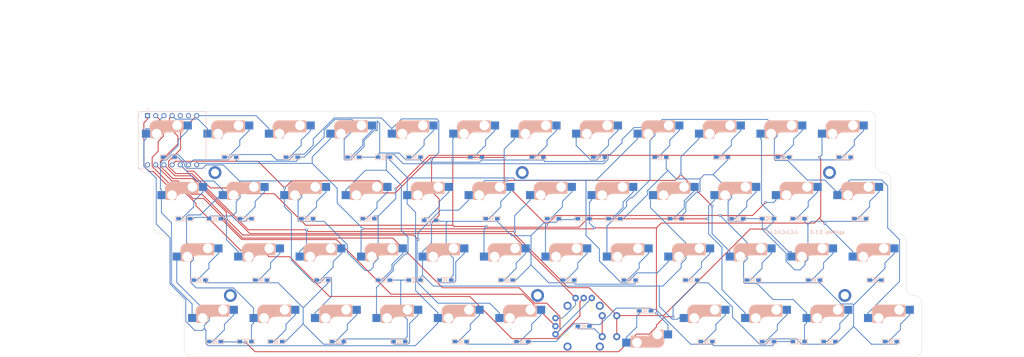
<source format=kicad_pcb>
(kicad_pcb (version 20221018) (generator pcbnew)
  (layers (0 "F.Cu" signal) (31 "B.Cu" signal) (34 "B.Paste" user) (35 "F.Paste" user) (36 "B.SilkS" user "B.Silkscreen") (37 "F.SilkS" user "F.Silkscreen") (38 "B.Mask" user) (39 "F.Mask" user) (44 "Edge.Cuts" user))
  (net 0 "")
  (net 1 "Net-(D1-K)")
  (net 2 "Net-(D1-A)")
  (net 3 "Net-(D10-K)")
  (net 4 "Net-(D2-A)")
  (net 5 "Net-(D11-K)")
  (net 6 "Net-(D3-A)")
  (net 7 "Net-(D12-K)")
  (net 8 "Net-(D4-A)")
  (net 9 "Net-(D13-K)")
  (net 10 "Net-(D5-A)")
  (net 11 "Net-(D14-K)")
  (net 12 "Net-(D6-A)")
  (net 13 "Net-(D17-K)")
  (net 14 "Net-(D9-A)")
  (net 15 "Net-(D10-A)")
  (net 16 "Net-(D11-A)")
  (net 17 "Net-(D12-A)")
  (net 18 "Net-(D13-A)")
  (net 19 "Net-(D14-A)")
  (net 20 "Net-(D17-A)")
  (net 21 "Net-(D18-A)")
  (net 22 "Net-(D19-A)")
  (net 23 "Net-(D20-A)")
  (net 24 "Net-(D21-A)")
  (net 25 "Net-(D25-A)")
  (net 26 "Net-(D26-A)")
  (net 27 "Net-(D27-A)")
  (net 28 "Net-(D28-A)")
  (net 29 "Net-(D29-A)")
  (net 30 "Net-(D30-A)")
  (net 31 "Net-(D33-A)")
  (net 32 "Net-(D34-A)")
  (net 33 "Net-(D35-A)")
  (net 34 "Net-(D36-A)")
  (net 35 "Net-(D37-A)")
  (net 36 "Net-(D38-A)")
  (net 37 "Net-(D41-A)")
  (net 38 "Net-(D42-A)")
  (net 39 "Net-(D43-A)")
  (net 40 "Net-(D44-A)")
  (net 41 "Net-(D45-A)")
  (net 42 "Net-(D46-A)")
  (net 43 "Net-(D49-A)")
  (net 44 "Net-(D50-A)")
  (net 45 "Net-(D51-A)")
  (net 46 "Net-(D52-A)")
  (net 47 "Net-(D53-A)")
  (net 48 "Net-(D54-A)")
  (net 49 "Net-(D57-A)")
  (net 50 "Net-(D58-A)")
  (net 51 "Net-(D59-A)")
  (net 52 "Net-(D60-A)")
  (net 53 "Net-(D61-A)")
  (net 54 "Net-(D62-A)")
  (net 55 "P1")
  (net 56 "P2")
  (net 57 "P3")
  (net 58 "P4")
  (net 59 "P5")
  (net 60 "P6")
  (net 61 "P7")
  (net 62 "P8")
  (net 63 "VR-X")
  (net 64 "VR-Y")
  (net 67 "VCC")
  (net 68 "GND")
  (net 70 "SW-B")
  (footprint "foostan/kbd:CherryMX_Hotswap" (layer "F.Cu") (at 236.6875 117.625)
    (fp_text reference "S19" hide)
    (fp_text value "SW_PUSH" hide)
  )
  (footprint "foostan/kbd:CherryMX_Hotswap" (layer "F.Cu") (at 270.025 98.575)
    (fp_text reference "S9" hide)
    (fp_text value "SW_PUSH" hide)
  )
  (footprint "xiao:hole_2.5" (layer "F.Cu") (at 117.625 146.2)
    (fp_text reference "H6" hide)
    (fp_text value "MountingHole" hide)
  )
  (footprint "xiao:RKJXV122400R" (layer "F.Cu") (at 227.1625 155.725 90)
    (fp_text reference "U2" hide)
    (fp_text value "~" hide)
  )
  (footprint "foostan/kbd:CherryMX_Hotswap" (layer "F.Cu") (at 165.25 136.675)
    (fp_text reference "S27" hide)
    (fp_text value "SW_PUSH" hide)
  )
  (footprint "foostan/kbd:CherryMX_Hotswap" (layer "F.Cu") (at 308.125 98.575)
    (fp_text reference "S11" hide)
    (fp_text value "SW_PUSH" hide)
  )
  (footprint "foostan/kbd:CherryMX_Hotswap" (layer "F.Cu") (at 189.0625 155.725)
    (fp_text reference "S40" hide)
    (fp_text value "SW_PUSH" hide)
  )
  (footprint "foostan/kbd:CherryMX_Hotswap" (layer "F.Cu") (at 179.5375 117.625)
    (fp_text reference "S16" hide)
    (fp_text value "SW_PUSH" hide)
  )
  (footprint "foostan/kbd:CherryMX_Hotswap" (layer "F.Cu") (at 322.4125 155.725)
    (fp_text reference "S47" hide)
    (fp_text value "SW_PUSH" hide)
  )
  (footprint "foostan/kbd:CherryMX_Hotswap" (layer "F.Cu") (at 208.1125 155.725)
    (fp_text reference "S41" hide)
    (fp_text value "SW_PUSH" hide)
  )
  (footprint "foostan/kbd:CherryMX_Hotswap" (layer "F.Cu") (at 136.675 98.575)
    (fp_text reference "S2" hide)
    (fp_text value "SW_PUSH" hide)
  )
  (footprint "foostan/kbd:CherryMX_Hotswap" (layer "F.Cu") (at 193.825 98.575)
    (fp_text reference "S5" hide)
    (fp_text value "SW_PUSH" hide)
  )
  (footprint "foostan/kbd:CherryMX_Hotswap" (layer "F.Cu") (at 298.6 136.675)
    (fp_text reference "S34" hide)
    (fp_text value "SW_PUSH" hide)
  )
  (footprint "foostan/kbd:CherryMX_Hotswap" (layer "F.Cu") (at 317.65 136.675)
    (fp_text reference "S35" hide)
    (fp_text value "SW_PUSH" hide)
  )
  (footprint "foostan/kbd:CherryMX_Hotswap" (layer "F.Cu") (at 98.575 98.575)
    (fp_text reference "S0" hide)
    (fp_text value "SW_PUSH" hide)
  )
  (footprint "foostan/kbd:CherryMX_Hotswap" (layer "F.Cu") (at 122.3875 117.625)
    (fp_text reference "S13" hide)
    (fp_text value "SW_PUSH" hide)
  )
  (footprint "foostan/kbd:CherryMX_Hotswap" (layer "F.Cu") (at 279.55 136.675)
    (fp_text reference "S33" hide)
    (fp_text value "SW_PUSH" hide)
  )
  (footprint "xiao:hole_2.5" (layer "F.Cu") (at 112.8625 108.1)
    (fp_text reference "H1" hide)
    (fp_text value "MountingHole" hide)
  )
  (footprint "foostan/kbd:CherryMX_Hotswap" (layer "F.Cu") (at 127.15 136.675)
    (fp_text reference "S25" hide)
    (fp_text value "SW_PUSH" hide)
  )
  (footprint "foostan/kbd:CherryMX_Hotswap" (layer "F.Cu") (at 141.4375 117.625)
    (fp_text reference "S14" hide)
    (fp_text value "SW_PUSH" hide)
  )
  (footprint "foostan/kbd:CherryMX_Hotswap" (layer "F.Cu") (at 289.075 98.575)
    (fp_text reference "S10" hide)
    (fp_text value "SW_PUSH" hide)
  )
  (footprint "foostan/kbd:CherryMX_Hotswap" (layer "F.Cu") (at 284.3125 155.725)
    (fp_text reference "S45" hide)
    (fp_text value "SW_PUSH" hide)
  )
  (footprint "foostan/kbd:CherryMX_Hotswap" (layer "F.Cu") (at 108.1 136.675)
    (fp_text reference "S24" hide)
    (fp_text value "SW_PUSH" hide)
  )
  (footprint "foostan/kbd:CherryMX_Hotswap" (layer "F.Cu") (at 293.8375 117.625)
    (fp_text reference "S22" hide)
    (fp_text value "SW_PUSH" hide)
  )
  (footprint "foostan/kbd:CherryMX_Hotswap" (layer "F.Cu") (at 131.9125 155.725)
    (fp_text reference "S37" hide)
    (fp_text value "SW_PUSH" hide)
  )
  (footprint "xiao:hole_2.5" (layer "F.Cu") (at 308.125 146.2)
    (fp_text reference "H2" hide)
    (fp_text value "MountingHole" hide)
  )
  (footprint "foostan/kbd:CherryMX_Hotswap" (layer "F.Cu") (at 146.2 136.675)
    (fp_text reference "S26" hide)
    (fp_text value "SW_PUSH" hide)
  )
  (footprint "foostan/kbd:CherryMX_Hotswap" (layer "F.Cu") (at 265.2625 155.725)
    (fp_text reference "S44" hide)
    (fp_text value "SW_PUSH" hide)
  )
  (footprint "foostan/kbd:CherryMX_Hotswap" (layer "F.Cu") (at 312.8875 117.625)
    (fp_text reference "S23" hide)
    (fp_text value "SW_PUSH" hide)
  )
  (footprint "foostan/kbd:CherryMX_Hotswap" (layer "F.Cu") (at 217.6375 117.625)
    (fp_text reference "S18" hide)
    (fp_text value "SW_PUSH" hide)
  )
  (footprint "foostan/kbd:CherryMX_Hotswap" (layer "F.Cu") (at 255.7375 117.625)
    (fp_text reference "S20" hide)
    (fp_text value "SW_PUSH" hide)
  )
  (footprint "foostan/kbd:CherryMX_Hotswap" (layer "F.Cu") (at 117.625 98.575)
    (fp_text reference "S1" hide)
    (fp_text value "SW_PUSH" hide)
  )
  (footprint "foostan/kbd:CherryMX_Hotswap" (layer "F.Cu") (at 222.4 136.675)
    (fp_text reference "S30" hide)
    (fp_text value "SW_PUSH" hide)
  )
  (footprint "foostan/kbd:CherryMX_Hotswap" (layer "F.Cu") (at 260.5 136.675)
    (fp_text reference "S32" hide)
    (fp_text value "SW_PUSH" hide)
  )
  (footprint "foostan/kbd:CherryMX_Hotswap" (layer "F.Cu") (at 174.775 98.575)
    (fp_text reference "S4" hide)
    (fp_text value "SW_PUSH" hide)
  )
  (footprint "foostan/kbd:CherryMX_Hotswap" (layer "F.Cu") (at 170.0125 155.725)
    (fp_text reference "S39" hide)
    (fp_text value "SW_PUSH" hide)
  )
  (footprint "foostan/kbd:CherryMX_Hotswap" (layer "F.Cu") (at 231.925 98.575)
    (fp_text reference "S7" hide)
    (fp_text value "SW_PUSH" hide)
  )
  (footprint "foostan/kbd:CherryMX_Hotswap" (layer "F.Cu") (at 246.2125 155.725 180)
    (fp_text reference "S43" hide)
    (fp_text value "SW_PUSH" hide)
  )
  (footprint "foostan/kbd:CherryMX_Hotswap" (layer "F.Cu") (at 303.3625 155.725)
    (fp_text reference "S46" hide)
    (fp_text value "SW_PUSH" hide)
  )
  (footprint "foostan/kbd:CherryMX_Hotswap" (layer "F.Cu") (at 150.9625 155.725)
    (fp_text reference "S38" hide)
    (fp_text value "SW_PUSH" hide)
  )
  (footprint "foostan/kbd:CherryMX_Hotswap" (layer "F.Cu") (at 274.7875 117.625)
    (fp_text reference "S21" hide)
    (fp_text value "SW_PUSH" hide)
  )
  (footprint "foostan/kbd:CherryMX_Hotswap" (layer "F.Cu") (at 203.35 136.675)
    (fp_text reference "S29" hide)
    (fp_text value "SW_PUSH" hide)
  )
  (footprint "foostan/kbd:CherryMX_Hotswap" (layer "F.Cu") (at 103.3375 117.625)
    (fp_text reference "S12" hide)
    (fp_text value "SW_PUSH" hide)
  )
  (footprint "foostan/kbd:CherryMX_Hotswap" (layer "F.Cu") (at 155.725 98.575)
    (fp_text reference "S3" hide)
    (fp_text value "SW_PUSH" hide)
  )
  (footprint "foostan/kbd:CherryMX_Hotswap" (layer "F.Cu") (at 241.45 136.675)
    (fp_text reference "S31" hide)
    (fp_text value "SW_PUSH" hide)
  )
  (footprint "foostan/kbd:CherryMX_Hotswap" (layer "F.Cu") (at 184.3 136.675)
    (fp_text reference "S28" hide)
    (fp_text value "SW_PUSH" hide)
  )
  (footprint "foostan/kbd:CherryMX_Hotswap" (layer "F.Cu") (at 212.875 98.575)
    (fp_text reference "S6" hide)
    (fp_text value "SW_PUSH" hide)
  )
  (footprint "xiao:hole_2.5" (layer "F.Cu") (at 303.3625 108.1)
    (fp_text reference "H4" hide)
    (fp_text value "MountingHole" hide)
  )
  (footprint "foostan/kbd:CherryMX_Hotswap" (layer "F.Cu") (at 160.4875 117.625)
    (fp_text reference "S15" hide)
    (fp_text value "SW_PUSH" hide)
  )
  (footprint "foostan/kbd:CherryMX_Hotswap" (layer "F.Cu") (at 112.8625 155.725)
    (fp_text reference "S36" hide)
    (fp_text value "SW_PUSH" hide)
  )
  (footprint "foostan/kbd:CherryMX_Hotswap" (layer "F.Cu") (at 198.5875 117.625)
    (fp_text reference "S17" hide)
    (fp_text value "SW_PUSH" hide)
  )
  (footprint "xiao:hole_2.5" (layer "F.Cu") (at 208.1125 108.1)
    (fp_text reference "H3" hide)
    (fp_text value "MountingHole" hide)
  )
  (footprint "foostan/kbd:CherryMX_Hotswap" (layer "F.Cu") (at 250.975 98.575)
    (fp_text reference "S8" hide)
    (fp_text value "SW_PUSH" hide)
  )
  (footprint "xiao:hole_2.5" (layer "F.Cu") (at 212.875 146.2)
    (fp_text reference "H5" hide)
    (fp_text value "MountingHole" hide)
  )
  (footprint "foostan/kbd:D3_SMD_v2" (layer "B.Cu") (at 103.3375 122.3875 180)
    (fp_text reference "D34" hide)
    (fp_text value "1N4148" hide)
  )
  (footprint "foostan/kbd:D3_SMD_v2" (layer "B.Cu") (at 122.3875 122.3875 180)
    (fp_text reference "D42" hide)
    (fp_text value "1N4148" hide)
  )
  (footprint "foostan/kbd:D3_SMD_v2" (layer "B.Cu") (at 222.4 141.4375 180)
    (fp_text reference "D52" hide)
    (fp_text value "1N4148" hide)
  )
  (footprint "foostan/kbd:D3_SMD_v2" (layer "B.Cu") (at 179.5375 122.925 180)
    (fp_text reference "D3" hide)
    (fp_text value "1N4148" hide)
  )
  (footprint "foostan/kbd:D3_SMD_v2" (layer "B.Cu") (at 289.075 103.3375 180)
    (fp_text reference "D18" hide)
    (fp_text value "1N4148" hide)
  )
  (footprint "foostan/kbd:D3_SMD_v2" (layer "B.Cu") (at 112.8625 122.3875 180)
    (fp_text reference "D74" hide)
    (fp_text value "1N4148" hide)
  )
  (footprint "foostan/kbd:D3_SMD_v2" (layer "B.Cu") (at 122.3875 160.4875 180)
    (fp_text reference "D78" hide)
    (fp_text value "1N4148" hide)
  )
  (footprint "foostan/kbd:D3_SMD_v2" (layer "B.Cu") (at 317.65 141.4375 180)
    (fp_text reference "D29" hide)
    (fp_text value "1N4148" hide)
  )
  (footprint "foostan/kbd:D3_SMD_v2" (layer "B.Cu") (at 170.0125 160.4875 180)
    (fp_text reference "D61" hide)
    (fp_text value "1N4148" hide)
  )
  (footprint "foostan/kbd:D3_SMD_v2" (layer "B.Cu") (at 270.025 103.3375 180)
    (fp_text reference "D10" hide)
    (fp_text value "1N4148" hide)
  )
  (footprint "foostan/kbd:D3_SMD_v2" (layer "B.Cu") (at 146.2 141.4375 180)
    (fp_text reference "D20" hide)
    (fp_text value "1N4148" hide)
  )
  (footprint "foostan/kbd:D3_SMD_v2" (layer "B.Cu") (at 136.675 103.3375 180)
    (fp_text reference "D17" hide)
    (fp_text value "1N4148" hide)
  )
  (footprint "foostan/kbd:D3_SMD_v2" (layer "B.Cu") (at 284.3125 122.3875 180)
    (fp_text reference "D75" hide)
    (fp_text value "1N4148" hide)
  )
  (footprint "foostan/kbd:D3_SMD_v2" (layer "B.Cu") (at 117.625 103.3375 180)
    (fp_text reference "D9" hide)
    (fp_text value "1N4148" hide)
  )
  (footprint "foostan/kbd:D3_SMD_v2" (layer "B.Cu") (at 279.55 141.4375 180)
    (fp_text reference "D13" hide)
    (fp_text value "1N4148" hide)
  )
  (footprint "foostan/kbd:D3_SMD_v2" (layer "B.Cu") (at 174.775 103.3375 180)
    (fp_text reference "D33" hide)
    (fp_text value "1N4148" hide)
  )
  (footprint "foostan/kbd:D3_SMD_v2" (layer "B.Cu") (at 155.725 103.3375 180)
    (fp_text reference "D25" hide)
    (fp_text value "1N4148" hide)
  )
  (footprint "foostan/kbd:D3_SMD_v2" (layer "B.Cu") (at 284.3125 160.4875 180)
    (fp_text reference "D46" hide)
    (fp_text value "1N4148" hide)
  )
  (footprint "foostan/kbd:D3_SMD_v2" (layer "B.Cu") (at 260.5 141.4375 180)
    (fp_text reference "D5" hide)
    (fp_text value "1N4148" hide)
  )
  (footprint "foostan/kbd:D3_SMD_v2" (layer "B.Cu") (at 141.4375 122.3875 180)
    (fp_text reference "D50" hide)
    (fp_text value "1N4148" hide)
  )
  (footprint "foostan/kbd:D3_SMD_v2" (layer "B.Cu") (at 265.2625 160.4875 180)
    (fp_text reference "D38" hide)
    (fp_text value "1N4148" hide)
  )
  (footprint "foostan/kbd:D3_SMD_v2" (layer "B.Cu") (at 255.7375 122.3875 180)
    (fp_text reference "D35" hide)
    (fp_text value "1N4148" hide)
  )
  (footprint "xiao:MODULE_102010388" (layer "B.Cu") (at 99.575 98.075 -90)
    (fp_text reference "U1" hide)
    (fp_text value "102010388")
  )
  (footprint "foostan/kbd:D3_SMD_v2" (layer "B.Cu") (at 112.8625 160.4875 180)
    (fp_text reference "D37" hide)
    (fp_text value "1N4148" hide)
  )
  (footprint "foostan/kbd:D3_SMD_v2" (layer "B.Cu") (at 312.8875 122.3875 180)
    (fp_text reference "D59" hide)
    (fp_text value "1N4148" hide)
  )
  (footprint "foostan/kbd:D3_SMD_v2" (layer "B.Cu") (at 127.15 141.4375 180)
    (fp_text reference "D12" hide)
    (fp_text value "1N4148" hide)
  )
  (footprint "foostan/kbd:D3_SMD_v2" (layer "B.Cu") (at 108.1 141.4375 180)
    (fp_text reference "D4" hide)
    (fp_text value "1N4148" hide)
  )
  (footprint "foostan/kbd:D3_SMD_v2" (layer "B.Cu") (at 246.2125 150.9625 180)
    (fp_text reference "D30" hide)
    (fp_text value "1N4148" hide)
  )
  (footprint "foostan/kbd:D3_SMD_v2" (layer "B.Cu") (at 227.1625 122.3875 180)
    (fp_text reference "D76" hide)
    (fp_text value "1N4148" hide)
  )
  (footprint "foostan/kbd:D3_SMD_v2" (layer "B.Cu") (at 293.8375 122.3875 180)
    (fp_text reference "D51" hide)
    (fp_text value "1N4148" hide)
  )
  (footprint "foostan/kbd:D3_SMD_v2" (layer "B.Cu") (at 217.6375 122.3875 180)
    (fp_text reference "D19" hide)
    (fp_text value "1N4148" hide)
  )
  (footprint "foostan/kbd:D3_SMD_v2" (layer "B.Cu") (at 231.925 103.3375 180)
    (fp_text reference "D57" hide)
    (fp_text value "1N4148" hide)
  )
  (footprint "foostan/kbd:D3_SMD_v2" (layer "B.Cu") (at 322.4125 160.4875 180)
    (fp_text reference "D62" hide)
    (fp_text value "1N4148" hide)
  )
  (footprint "foostan/kbd:D3_SMD_v2" (layer "B.Cu") (at 150.9625 160.4875 180)
    (fp_text reference "D53" hide)
    (fp_text value "1N4148" hide)
  )
  (footprint "foostan/kbd:D3_SMD_v2" (layer "B.Cu") (at 131.9125 160.4875 180)
    (fp_text reference "D45" hide)
    (fp_text value "1N4148" hide)
  )
  (footprint "foostan/kbd:D3_SMD_v2" (layer "B.Cu") (at 274.7875 122.3875 180)
    (fp_text reference "D43" hide)
    (fp_text value "1N4148" hide)
  )
  (footprint "foostan/kbd:D3_SMD_v2" (layer "B.Cu") (at 208.1125 160.4875 180)
    (fp_text reference "D14" hide)
    (fp_text value "1N4148" hide)
  )
  (footprint "foostan/kbd:D3_SMD_v2" (layer "B.Cu") (at 165.25 141.4375 180)
    (fp_text reference "D28" hide)
    (fp_text value "1N4148" hide)
  )
  (footprint "foostan/kbd:D3_SMD_v2" (layer "B.Cu") (at 189.0625 160.4875 180)
    (fp_text reference "D6" hide)
    (fp_text value "1N4148" hide)
  )
  (footprint "foostan/kbd:D3_SMD_v2" (layer "B.Cu") (at 174.775 141.4375 180)
    (fp_text reference "D77" hide)
    (fp_text value "1N4148" hide)
  )
  (footprint "foostan/kbd:D3_SMD_v2" (layer "B.Cu") (at 98.575 103.3375 180)
    (fp_text reference "D1" hide)
    (fp_text value "1N4148" hide)
  )
  (footprint "foostan/kbd:D3_SMD_v2" (layer "B.Cu") (at 227.1625 155.725 180)
    (fp_text reference "D22" hide)
    (fp_text value "1N4148" hide)
  )
  (footprint "foostan/kbd:D3_SMD_v2" (layer "B.Cu") (at 203.35 141.4375 180)
    (fp_text reference "D44" hide)
    (fp_text value "1N4148" hide)
  )
  (footprint "foostan/kbd:D3_SMD_v2" (layer "B.Cu") (at 184.3 141.4375 180)
    (fp_text reference "D36" hide)
    (fp_text value "1N4148" hide)
  )
  (footprint "foostan/kbd:D3_SMD_v2" (layer "B.Cu") (at 250.975 103.3375 180)
    (fp_text reference "D2" hide)
    (fp_text value "1N4148" hide)
  )
  (footprint "foostan/kbd:D3_SMD_v2" (layer "B.Cu") (at 165.25 103.3375 180)
    (fp_text reference "D73" hide)
    (fp_text value "1N4148" hide)
  )
  (footprint "foostan/kbd:D3_SMD_v2" (layer "B.Cu") (at 293.8375 160.4875 180)
    (fp_text reference "D79" hide)
    (fp_text value "1N4148" hide)
  )
  (footprint "foostan/kbd:D3_SMD_v2" (layer "B.Cu") (at 308.125 103.3375 180)
    (fp_text reference "D26" hide)
    (fp_text value "1N4148" hide)
  )
  (footprint "foostan/kbd:D3_SMD_v2" (layer "B.Cu") (at 193.825 103.3375 180)
    (fp_text reference "D41" hide)
    (fp_text value "1N4148" hide)
  )
  (footprint "foostan/kbd:D3_SMD_v2" (layer "B.Cu") (at 236.6875 122.3875 180)
    (fp_text reference "D27" hide)
    (fp_text value "1N4148" hide)
  )
  (footprint "foostan/kbd:D3_SMD_v2" (layer "B.Cu") (at 303.3625 160.4875 180)
    (fp_text reference "D54" hide)
    (fp_text value "1N4148" hide)
  )
  (footprint "foostan/kbd:D3_SMD_v2" (layer "B.Cu") (at 198.5875 122.3875 180)
    (fp_text reference "D11" hide)
    (fp_text value "1N4148" hide)
  )
  (footprint "foostan/kbd:D3_SMD_v2" (layer "B.Cu") (at 298.6 141.4375 180)
    (fp_text reference "D21" hide)
    (fp_text value "1N4148" hide)
  )
  (footprint "foostan/kbd:D3_SMD_v2" (layer "B.Cu") (at 160.4875 122.3875 180)
    (fp_text reference "D58" hide)
    (fp_text value "1N4148" hide)
  )
  (footprint "foostan/kbd:D3_SMD_v2" (layer "B.Cu") (at 241.45 141.4375 180)
    (fp_text reference "D60" hide)
    (fp_text value "1N4148" hide)
  )
  (footprint "foostan/kbd:D3_SMD_v2" (layer "B.Cu") (at 212.875 103.3375 180)
    (fp_text reference "D49" hide)
    (fp_text value "1N4148" hide)
  )
  (gr_line (start 89.05 91.43125) (end 89.05 105.71875) (stroke (width 0.1)) (layer "Edge.Cuts"))
  (gr_arc (start 329.55625 146.2) (mid 331.240048 146.897452) (end 331.9375 148.58125) (stroke (width 0.1)) (layer "Edge.Cuts"))
  (gr_arc (start 105.71875 165.25) (mid 104.034952 164.552548) (end 103.3375 162.86875) (stroke (width 0.1)) (layer "Edge.Cuts"))
  (gr_arc (start 331.9375 162.86875) (mid 331.240048 164.552548) (end 329.55625 165.25) (stroke (width 0.1)) (layer "Edge.Cuts"))
  (gr_line (start 327.175 143.81875) (end 327.175 129.53125) (stroke (width 0.1)) (layer "Edge.Cuts"))
  (gr_line (start 105.71875 165.25) (end 329.55625 165.25) (stroke (width 0.1)) (layer "Edge.Cuts"))
  (gr_arc (start 329.55625 146.2) (mid 327.872452 145.502548) (end 327.175 143.81875) (stroke (width 0.1)) (layer "Edge.Cuts"))
  (gr_line (start 315.26875 89.05) (end 91.43125 89.05) (stroke (width 0.1)) (layer "Edge.Cuts"))
  (gr_arc (start 96.19375 127.15) (mid 94.509952 126.452548) (end 93.8125 124.76875) (stroke (width 0.1)) (layer "Edge.Cuts"))
  (gr_line (start 317.65 105.71875) (end 317.65 91.43125) (stroke (width 0.1)) (layer "Edge.Cuts"))
  (gr_arc (start 320.03125 108.1) (mid 321.715048 108.797452) (end 322.4125 110.48125) (stroke (width 0.1)) (layer "Edge.Cuts"))
  (gr_line (start 98.575 129.53125) (end 98.575 143.81875) (stroke (width 0.1)) (layer "Edge.Cuts"))
  (gr_line (start 331.9375 162.86875) (end 331.9375 148.58125) (stroke (width 0.1)) (layer "Edge.Cuts"))
  (gr_arc (start 320.03125 108.1) (mid 318.347452 107.402548) (end 317.65 105.71875) (stroke (width 0.1)) (layer "Edge.Cuts"))
  (gr_arc (start 96.19375 127.15) (mid 97.877548 127.847452) (end 98.575 129.53125) (stroke (width 0.1)) (layer "Edge.Cuts"))
  (gr_arc (start 315.26875 89.05) (mid 316.952548 89.747452) (end 317.65 91.43125) (stroke (width 0.1)) (layer "Edge.Cuts"))
  (gr_arc (start 89.05 91.43125) (mid 89.747452 89.747452) (end 91.43125 89.05) (stroke (width 0.1)) (layer "Edge.Cuts"))
  (gr_arc (start 91.43125 108.1) (mid 89.747452 107.402548) (end 89.05 105.71875) (stroke (width 0.1)) (layer "Edge.Cuts"))
  (gr_arc (start 324.79375 127.15) (mid 326.477548 127.847452) (end 327.175 129.53125) (stroke (width 0.1)) (layer "Edge.Cuts"))
  (gr_arc (start 91.43125 108.1) (mid 93.115048 108.797452) (end 93.8125 110.48125) (stroke (width 0.1)) (layer "Edge.Cuts"))
  (gr_arc (start 100.95625 146.2) (mid 102.640048 146.897452) (end 103.3375 148.58125) (stroke (width 0.1)) (layer "Edge.Cuts"))
  (gr_arc (start 100.95625 146.2) (mid 99.272452 145.502548) (end 98.575 143.81875) (stroke (width 0.1)) (layer "Edge.Cuts"))
  (gr_line (start 103.3375 148.58125) (end 103.3375 162.86875) (stroke (width 0.1)) (layer "Edge.Cuts"))
  (gr_line (start 322.4125 124.76875) (end 322.4125 110.48125) (stroke (width 0.1)) (layer "Edge.Cuts"))
  (gr_arc (start 324.79375 127.15) (mid 323.109952 126.452548) (end 322.4125 124.76875) (stroke (width 0.1)) (layer "Edge.Cuts"))
  (gr_line (start 93.8125 110.48125) (end 93.8125 124.76875) (stroke (width 0.1)) (layer "Edge.Cuts"))
  (gr_text "JLCJLCJLCJLC" (at 293.8375 127.15) (layer "B.SilkS") (effects (font (size 1 1)) (justify left bottom mirror)))
  (gr_text "sg48key 0.1.0" (at 308.125 127.15) (layer "B.SilkS") (effects (font (size 1 1)) (justify left bottom mirror)))
  (segment (start 288.5246 102.7557) (end 179.2876 102.7557) (width 0.25) (layer "F.Cu") (net 1))
  (segment (start 289.2448 103.4759) (end 288.5246 102.7557) (width 0.25) (layer "F.Cu") (net 1))
  (segment (start 179.2876 102.7557) (end 168.9037 113.1396) (width 0.25) (layer "F.Cu") (net 1))
  (via (at 168.9037 113.1396) (size 0.8) (drill 0.4) (layers "F.Cu" "B.Cu") (net 1))
  (via (at 289.2448 103.4759) (size 0.8) (drill 0.4) (layers "F.Cu" "B.Cu") (net 1))
  (segment (start 161.9323 137.4677) (end 161.9323 136.3677) (width 0.25) (layer "B.Cu") (net 1))
  (segment (start 153.8956 130.4249) (end 153.8956 132.9297) (width 0.25) (layer "B.Cu") (net 1))
  (segment (start 139.75 115.7486) (end 138.6282 116.8704) (width 0.25) (layer "B.Cu") (net 1))
  (segment (start 290.85 103.3375) (end 289.3832 103.3375) (width 0.25) (layer "B.Cu") (net 1))
  (segment (start 120.65 110.9302) (end 120.65 115.9063) (width 0.25) (layer "B.Cu") (net 1))
  (segment (start 100.35 103.3375) (end 101.3769 103.3375) (width 0.25) (layer "B.Cu") (net 1))
  (segment (start 111.0875 121.974) (end 106.5529 121.974) (width 0.25) (layer "B.Cu") (net 1))
  (segment (start 139.75 114.05) (end 139.75 115.7486) (width 0.25) (layer "B.Cu") (net 1))
  (segment (start 111.0875 122.3875) (end 111.0875 121.974) (width 0.25) (layer "B.Cu") (net 1))
  (segment (start 118.2774 121.5606) (end 111.5009 121.5606) (width 0.25) (layer "B.Cu") (net 1))
  (segment (start 163.2967 121.5606) (end 163.5171 121.5606) (width 0.25) (layer "B.Cu") (net 1))
  (segment (start 103.4975 105.4581) (end 103.4975 106.0851) (width 0.25) (layer "B.Cu") (net 1))
  (segment (start 106.5529 121.974) (end 106.1394 122.3875) (width 0.25) (layer "B.Cu") (net 1))
  (segment (start 138.6282 116.8704) (end 138.6282 123.0711) (width 0.25) (layer "B.Cu") (net 1))
  (segment (start 146.6851 123.2144) (end 153.8956 130.4249) (width 0.25) (layer "B.Cu") (net 1))
  (segment (start 161.9323 136.3677) (end 163.45 134.85) (width 0.25) (layer "B.Cu") (net 1))
  (segment (start 120.437 110.7172) (end 120.65 110.9302) (width 0.25) (layer "B.Cu") (net 1))
  (segment (start 160.95 138.45) (end 161.9323 137.4677) (width 0.25) (layer "B.Cu") (net 1))
  (segment (start 115.4618 105.742) (end 120.437 110.7172) (width 0.25) (layer "B.Cu") (net 1))
  (segment (start 289.3832 103.3375) (end 289.2448 103.4759) (width 0.25) (layer "B.Cu") (net 1))
  (segment (start 111.5009 121.5606) (end 111.0875 121.974) (width 0.25) (layer "B.Cu") (net 1))
  (segment (start 163.45 134.85) (end 163.45 121.7139) (width 0.25) (layer "B.Cu") (net 1))
  (segment (start 109.0106 106.7876) (end 110.0562 105.742) (width 0.25) (layer "B.Cu") (net 1))
  (segment (start 309.9 103.3375) (end 309.9 104.1644) (width 0.25) (layer "B.Cu") (net 1))
  (segment (start 163.45 121.7139) (end 163.2967 121.5606) (width 0.25) (layer "B.Cu") (net 1))
  (segment (start 103.4975 106.0851) (end 104.2 106.7876) (width 0.25) (layer "B.Cu") (net 1))
  (segment (start 110.0562 105.742) (end 115.4618 105.742) (width 0.25) (layer "B.Cu") (net 1))
  (segment (start 168.9037 116.174) (end 168.9037 113.1396) (width 0.25) (layer "B.Cu") (net 1))
  (segment (start 120.65 115.9063) (end 119.4569 117.0994) (width 0.25) (layer "B.Cu") (net 1))
  (segment (start 105.1125 122.3875) (end 106.1394 122.3875) (width 0.25) (layer "B.Cu") (net 1))
  (segment (start 143.2125 123.2129) (end 143.2125 123.2144) (width 0.25) (layer "B.Cu") (net 1))
  (segment (start 124.15085 110.67) (end 136.37 110.67) (width 0.25) (layer "B.Cu") (net 1))
  (segment (start 124.1625 122.3875) (end 123.1356 122.3875) (width 0.25) (layer "B.Cu") (net 1))
  (segment (start 143.2125 122.3875) (end 143.2125 123.2129) (width 0.25) (layer "B.Cu") (net 1))
  (segment (start 159.4159 138.45) (end 160.95 138.45) (width 0.25) (layer "B.Cu") (net 1))
  (segment (start 118.2774 121.5606) (end 118.2774 121.752) (width 0.25) (layer "B.Cu") (net 1))
  (segment (start 136.37 110.67) (end 139.75 114.05) (width 0.25) (layer "B.Cu") (net 1))
  (segment (start 162.2625 122.3875) (end 162.2625 121.5606) (width 0.25) (layer "B.Cu") (net 1))
  (segment (start 138.7715 123.2144) (end 143.2125 123.2144) (width 0.25) (layer "B.Cu") (net 1))
  (segment (start 290.85 103.3375) (end 290.85 104.1644) (width 0.25) (layer "B.Cu") (net 1))
  (segment (start 153.8956 132.9297) (end 159.4159 138.45) (width 0.25) (layer "B.Cu") (net 1))
  (segment (start 119.4569 120.3811) (end 118.2774 121.5606) (width 0.25) (layer "B.Cu") (net 1))
  (segment (start 162.2625 121.5606) (end 163.2967 121.5606) (width 0.25) (layer "B.Cu") (net 1))
  (segment (start 143.2125 123.2144) (end 146.6851 123.2144) (width 0.25) (layer "B.Cu") (net 1))
  (segment (start 118.2774 121.752) (end 119.7408 123.2154) (width 0.25) (layer "B.Cu") (net 1))
  (segment (start 119.4569 117.0994) (end 119.4569 120.3811) (width 0.25) (layer "B.Cu") (net 1))
  (segment (start 124.10365 110.7172) (end 124.15085 110.67) (width 0.25) (layer "B.Cu") (net 1))
  (segment (start 138.6282 123.0711) (end 138.7715 123.2144) (width 0.25) (layer "B.Cu") (net 1))
  (segment (start 163.5171 121.5606) (end 168.9037 116.174) (width 0.25) (layer "B.Cu") (net 1))
  (segment (start 119.7408 123.2154) (end 122.3077 123.2154) (width 0.25) (layer "B.Cu") (net 1))
  (segment (start 122.3077 123.2154) (end 123.1356 122.3875) (width 0.25) (layer "B.Cu") (net 1))
  (segment (start 101.3769 103.3375) (end 103.4975 105.4581) (width 0.25) (layer "B.Cu") (net 1))
  (segment (start 104.2 106.7876) (end 109.0106 106.7876) (width 0.25) (layer "B.Cu") (net 1))
  (segment (start 120.437 110.7172) (end 124.10365 110.7172) (width 0.25) (layer "B.Cu") (net 1))
  (segment (start 290.85 104.1644) (end 309.9 104.1644) (width 0.25) (layer "B.Cu") (net 1))
  (segment (start 96.8 103.3375) (end 97.8269 103.3375) (width 0.25) (layer "B.Cu") (net 2))
  (segment (start 104.417 93.495) (end 104.417 95.0719) (width 0.25) (layer "B.Cu") (net 2))
  (segment (start 101.4592 99.7052) (end 97.8269 103.3375) (width 0.25) (layer "B.Cu") (net 2))
  (segment (start 104.417 95.0719) (end 101.4592 98.0297) (width 0.25) (layer "B.Cu") (net 2))
  (segment (start 101.4592 98.0297) (end 101.4592 99.7052) (width 0.25) (layer "B.Cu") (net 2))
  (segment (start 289.8988 133.1145) (end 289.8988 135.5466) (width 0.25) (layer "B.Cu") (net 3))
  (segment (start 252.75 103.9825) (end 252.75 106.9685) (width 0.25) (layer "B.Cu") (net 3))
  (segment (start 263.229 110.0521) (end 263.229 113.8877) (width 0.25) (layer "B.Cu") (net 3))
  (segment (start 296.6682 124.2701) (end 295.6125 123.2144) (width 0.25) (layer "B.Cu") (net 3))
  (segment (start 264.5088 108.7723) (end 263.229 110.0521) (width 0.25) (layer "B.Cu") (net 3))
  (segment (start 262.7836 114.3331) (end 261.9669 114.3331) (width 0.25) (layer "B.Cu") (net 3))
  (segment (start 263.229 113.8877) (end 262.7836 114.3331) (width 0.25) (layer "B.Cu") (net 3))
  (segment (start 255.8336 110.0521) (end 263.229 110.0521) (width 0.25) (layer "B.Cu") (net 3))
  (segment (start 314.6625 122.3875) (end 314.6625 123.2144) (width 0.25) (layer "B.Cu") (net 3))
  (segment (start 296.6682 124.2701) (end 297.7239 123.2144) (width 0.25) (layer "B.Cu") (net 3))
  (segment (start 271.9433 123.0331) (end 271.9433 117.013) (width 0.25) (layer "B.Cu") (net 3))
  (segment (start 239.4894 122.3875) (end 246.9482 114.9287) (width 0.25) (layer "B.Cu") (net 3))
  (segment (start 295.6125 122.3875) (end 295.6125 123.2144) (width 0.25) (layer "B.Cu") (net 3))
  (segment (start 271.9433 117.013) (end 273.05 115.9063) (width 0.25) (layer "B.Cu") (net 3))
  (segment (start 267.3639 108.7723) (end 264.5088 108.7723) (width 0.25) (layer "B.Cu") (net 3))
  (segment (start 277.5894 122.3875) (end 282.5375 122.3875) (width 0.25) (layer "B.Cu") (net 3))
  (segment (start 261.9669 114.3331) (end 258.8218 117.4782) (width 0.25) (layer "B.Cu") (net 3))
  (segment (start 282.5375 122.3875) (end 282.5375 125.7532) (width 0.25) (layer "B.Cu") (net 3))
  (segment (start 257.5125 121.5606) (end 257.5125 122.3875) (width 0.25) (layer "B.Cu") (net 3))
  (segment (start 246.9482 114.9287) (end 246.9482 113.7349) (width 0.25) (layer "B.Cu") (net 3))
  (segment (start 252.75 106.9685) (end 253.2323 107.4508) (width 0.25) (layer "B.Cu") (net 3))
  (segment (start 246.9482 113.7349) (end 253.2323 107.4508) (width 0.25) (layer "B.Cu") (net 3))
  (segment (start 276.5625 122.3875) (end 276.5625 123.2144) (width 0.25) (layer "B.Cu") (net 3))
  (segment (start 282.5375 125.7532) (end 289.8988 133.1145) (width 0.25) (layer "B.Cu") (net 3))
  (segment (start 292.6022 138.25) (end 294.25 138.25) (width 0.25) (layer "B.Cu") (net 3))
  (segment (start 295.7793 135.9318) (end 296.6682 135.0429) (width 0.25) (layer "B.Cu") (net 3))
  (segment (start 272.1246 123.2144) (end 271.9433 123.0331) (width 0.25) (layer "B.Cu") (net 3))
  (segment (start 289.8988 135.5466) (end 292.6022 138.25) (width 0.25) (layer "B.Cu") (net 3))
  (segment (start 294.25 138.25) (end 295.7793 136.7207) (width 0.25) (layer "B.Cu") (net 3))
  (segment (start 238.4625 122.3875) (end 239.4894 122.3875) (width 0.25) (layer "B.Cu") (net 3))
  (segment (start 296.6682 135.0429) (end 296.6682 124.2701) (width 0.25) (layer "B.Cu") (net 3))
  (segment (start 276.5625 123.2144) (end 272.1246 123.2144) (width 0.25) (layer "B.Cu") (net 3))
  (segment (start 258.8218 120.2513) (end 257.5125 121.5606) (width 0.25) (layer "B.Cu") (net 3))
  (segment (start 258.8218 117.4782) (end 258.8218 120.2513) (width 0.25) (layer "B.Cu") (net 3))
  (segment (start 253.2323 107.4508) (end 255.8336 110.0521) (width 0.25) (layer "B.Cu") (net 3))
  (segment (start 297.7239 123.2144) (end 314.6625 123.2144) (width 0.25) (layer "B.Cu") (net 3))
  (segment (start 276.5625 122.3875) (end 277.5894 122.3875) (width 0.25) (layer "B.Cu") (net 3))
  (segment (start 252.75 103.3375) (end 252.75 103.9825) (width 0.25) (layer "B.Cu") (net 3))
  (segment (start 273.05 115.9063) (end 273.05 114.4584) (width 0.25) (layer "B.Cu") (net 3))
  (segment (start 267.3639 108.7723) (end 267.3639 108.6005) (width 0.25) (layer "B.Cu") (net 3))
  (segment (start 295.7793 136.7207) (end 295.7793 135.9318) (width 0.25) (layer "B.Cu") (net 3))
  (segment (start 267.3639 108.6005) (end 271.8 104.1644) (width 0.25) (layer "B.Cu") (net 3))
  (segment (start 271.8 103.3375) (end 271.8 104.1644) (width 0.25) (layer "B.Cu") (net 3))
  (segment (start 273.05 114.4584) (end 267.3639 108.7723) (width 0.25) (layer "B.Cu") (net 3))
  (segment (start 249.2 103.3375) (end 250.2269 103.3375) (width 0.25) (layer "B.Cu") (net 4))
  (segment (start 253.8547 98.0342) (end 256.817 95.0719) (width 0.25) (layer "B.Cu") (net 4))
  (segment (start 253.8547 99.7097) (end 253.8547 98.0342) (width 0.25) (layer "B.Cu") (net 4))
  (segment (start 256.817 93.495) (end 256.817 95.0719) (width 0.25) (layer "B.Cu") (net 4))
  (segment (start 250.2269 103.3375) (end 253.8547 99.7097) (width 0.25) (layer "B.Cu") (net 4))
  (segment (start 224.175 141.4375) (end 224.175 142.2644) (width 0.25) (layer "B.Cu") (net 5))
  (segment (start 186.075 140.6106) (end 186.7599 139.9257) (width 0.25) (layer "B.Cu") (net 5))
  (segment (start 219.4125 122.6875) (end 224.0606 122.6875) (width 0.25) (layer "B.Cu") (net 5))
  (segment (start 204.8099 127.6618) (end 200.3625 123.2144) (width 0.25) (layer "B.Cu") (net 5))
  (segment (start 185.009 123.2144) (end 200.3625 123.2144) (width 0.25) (layer "B.Cu") (net 5))
  (segment (start 186.7599 134.6312) (end 184.55 132.4213) (width 0.25) (layer "B.Cu") (net 5))
  (segment (start 205.125 141.4375) (end 206.1519 141.4375) (width 0.25) (layer "B.Cu") (net 5))
  (segment (start 218.5496 123.5504) (end 214.9497 123.5504) (width 0.25) (layer "B.Cu") (net 5))
  (segment (start 243.225 141.4375) (end 243.225 142.2644) (width 0.25) (layer "B.Cu") (net 5))
  (segment (start 214.9497 123.5504) (end 210.8383 127.6618) (width 0.25) (layer "B.Cu") (net 5))
  (segment (start 219.4125 122.3875) (end 219.4125 122.6875) (width 0.25) (layer "B.Cu") (net 5))
  (segment (start 200.3625 122.3875) (end 200.3625 123.2144) (width 0.25) (layer "B.Cu") (net 5))
  (segment (start 224.6271 142.7165) (end 224.175 142.2644) (width 0.25) (layer "B.Cu") (net 5))
  (segment (start 242.7729 142.7165) (end 224.6271 142.7165) (width 0.25) (layer "B.Cu") (net 5))
  (segment (start 216.3516 142.2644) (end 224.175 142.2644) (width 0.25) (layer "B.Cu") (net 5))
  (segment (start 181.3125 122.925) (end 182.3394 122.925) (width 0.25) (layer "B.Cu") (net 5))
  (segment (start 182.6288 123.2144) (end 182.3394 122.925) (width 0.25) (layer "B.Cu") (net 5))
  (segment (start 184.55 123.6734) (end 185.009 123.2144) (width 0.25) (layer "B.Cu") (net 5))
  (segment (start 224.0606 122.6875) (end 224.3606 122.3875) (width 0.25) (layer "B.Cu") (net 5))
  (segment (start 210.8383 136.7511) (end 206.1519 141.4375) (width 0.25) (layer "B.Cu") (net 5))
  (segment (start 210.8383 127.6618) (end 210.8383 136.7511) (width 0.25) (layer "B.Cu") (net 5))
  (segment (start 243.225 142.2644) (end 242.7729 142.7165) (width 0.25) (layer "B.Cu") (net 5))
  (segment (start 186.075 141.4375) (end 186.075 140.6106) (width 0.25) (layer "B.Cu") (net 5))
  (segment (start 210.8383 136.7511) (end 216.3516 142.2644) (width 0.25) (layer "B.Cu") (net 5))
  (segment (start 185.009 123.2144) (end 182.6288 123.2144) (width 0.25) (layer "B.Cu") (net 5))
  (segment (start 225.3875 122.3875) (end 224.3606 122.3875) (width 0.25) (layer "B.Cu") (net 5))
  (segment (start 184.55 132.4213) (end 184.55 123.6734) (width 0.25) (layer "B.Cu") (net 5))
  (segment (start 210.8383 127.6618) (end 204.8099 127.6618) (width 0.25) (layer "B.Cu") (net 5))
  (segment (start 186.7599 139.9257) (end 186.7599 134.6312) (width 0.25) (layer "B.Cu") (net 5))
  (segment (start 219.4125 122.6875) (end 218.5496 123.5504) (width 0.25) (layer "B.Cu") (net 5))
  (segment (start 185.3795 114.1219) (end 185.3795 112.545) (width 0.25) (layer "B.Cu") (net 6))
  (segment (start 182.4682 117.0332) (end 185.3795 114.1219) (width 0.25) (layer "B.Cu") (net 6))
  (segment (start 177.7625 122.925) (end 177.7625 122.0981) (width 0.25) (layer "B.Cu") (net 6))
  (segment (start 179.0019 122.0981) (end 182.4682 118.6318) (width 0.25) (layer "B.Cu") (net 6))
  (segment (start 177.7625 122.0981) (end 179.0019 122.0981) (width 0.25) (layer "B.Cu") (net 6))
  (segment (start 182.4682 118.6318) (end 182.4682 117.0332) (width 0.25) (layer "B.Cu") (net 6))
  (segment (start 140.1928 150.0466) (end 132.4106 142.2644) (width 0.25) (layer "B.Cu") (net 7))
  (segment (start 172.4743 153.6261) (end 172.4743 158.9738) (width 0.25) (layer "B.Cu") (net 7))
  (segment (start 128.925 141.8648) (end 128.925 142.2644) (width 0.25) (layer "B.Cu") (net 7))
  (segment (start 152.7375 159.6606) (end 171.7875 159.6606) (width 0.25) (layer "B.Cu") (net 7))
  (segment (start 152.7375 160.4875) (end 152.7375 159.6606) (width 0.25) (layer "B.Cu") (net 7))
  (segment (start 147.975 141.4375) (end 147.975 142.2644) (width 0.25) (layer "B.Cu") (net 7))
  (segment (start 133.6875 160.4875) (end 134.7144 160.4875) (width 0.25) (layer "B.Cu") (net 7))
  (segment (start 134.7144 160.4875) (end 140.1928 155.0091) (width 0.25) (layer "B.Cu") (net 7))
  (segment (start 109.875 142.2644) (end 128.925 142.2644) (width 0.25) (layer "B.Cu") (net 7))
  (segment (start 170.45 151.6018) (end 172.4743 153.6261) (width 0.25) (layer "B.Cu") (net 7))
  (segment (start 172.4743 158.9738) (end 171.7875 159.6606) (width 0.25) (layer "B.Cu") (net 7))
  (segment (start 132.4106 142.2644) (end 128.925 142.2644) (width 0.25) (layer "B.Cu") (net 7))
  (segment (start 170.7049 141.4375) (end 170.45 141.6924) (width 0.25) (layer "B.Cu") (net 7))
  (segment (start 152.7375 161.3144) (end 146.4981 161.3144) (width 0.25) (layer "B.Cu") (net 7))
  (segment (start 140.1928 155.0091) (end 140.1928 150.0466) (width 0.25) (layer "B.Cu") (net 7))
  (segment (start 128.925 141.4375) (end 128.925 141.8648) (width 0.25) (layer "B.Cu") (net 7))
  (segment (start 170.7049 141.4375) (end 167.025 141.4375) (width 0.25) (layer "B.Cu") (net 7))
  (segment (start 140.1928 150.0466) (end 147.975 142.2644) (width 0.25) (layer "B.Cu") (net 7))
  (segment (start 170.45 141.6924) (end 170.45 151.6018) (width 0.25) (layer "B.Cu") (net 7))
  (segment (start 173 141.4375) (end 170.7049 141.4375) (width 0.25) (layer "B.Cu") (net 7))
  (segment (start 152.7375 160.4875) (end 152.7375 161.3144) (width 0.25) (layer "B.Cu") (net 7))
  (segment (start 146.4981 161.3144) (end 140.1928 155.0091) (width 0.25) (layer "B.Cu") (net 7))
  (segment (start 171.7875 160.4875) (end 171.7875 159.6606) (width 0.25) (layer "B.Cu") (net 7))
  (segment (start 109.875 141.4375) (end 109.875 142.2644) (width 0.25) (layer "B.Cu") (net 7))
  (segment (start 110.9835 136.1304) (end 113.942 133.1719) (width 0.25) (layer "B.Cu") (net 8))
  (segment (start 110.9835 137.8059) (end 110.9835 136.1304) (width 0.25) (layer "B.Cu") (net 8))
  (segment (start 113.942 131.595) (end 113.942 133.1719) (width 0.25) (layer "B.Cu") (net 8))
  (segment (start 106.325 141.4375) (end 107.3519 141.4375) (width 0.25) (layer "B.Cu") (net 8))
  (segment (start 107.3519 141.4375) (end 110.9835 137.8059) (width 0.25) (layer "B.Cu") (net 8))
  (segment (start 238.0183 163.6316) (end 243.4744 158.1755) (width 0.25) (layer "F.Cu") (net 9))
  (segment (start 243.4744 158.1755) (end 247.5245 158.1755) (width 0.25) (layer "F.Cu") (net 9))
  (segment (start 122.3875 160.7587) (end 125.2604 163.6316) (width 0.25) (layer "F.Cu") (net 9))
  (segment (start 249.7765 155.85935) (end 249.7765 155.3443) (width 0.25) (layer "F.Cu") (net 9))
  (segment (start 252.3277 152.7931) (end 254.8798 152.7931) (width 0.25) (layer "F.Cu") (net 9))
  (segment (start 125.2604 163.6316) (end 238.0183 163.6316) (width 0.25) (layer "F.Cu") (net 9))
  (segment (start 248.1475 157.5525) (end 248.1475 157.48835) (width 0.25) (layer "F.Cu") (net 9))
  (segment (start 247.5245 158.1755) (end 248.1475 157.5525) (width 0.25) (layer "F.Cu") (net 9))
  (segment (start 249.7765 155.3443) (end 252.3277 152.7931) (width 0.25) (layer "F.Cu") (net 9))
  (segment (start 248.1475 157.48835) (end 249.7765 155.85935) (width 0.25) (layer "F.Cu") (net 9))
  (via (at 122.3875 160.7587) (size 0.8) (drill 0.4) (layers "F.Cu" "B.Cu") (net 9))
  (via (at 254.8798 152.7931) (size 0.8) (drill 0.4) (layers "F.Cu" "B.Cu") (net 9))
  (segment (start 300.375 142.2629) (end 300.375 142.2644) (width 0.25) (layer "B.Cu") (net 9))
  (segment (start 273.2878 149.8348) (end 265.7174 142.2644) (width 0.25) (layer "B.Cu") (net 9))
  (segment (start 120.6125 160.6942) (end 122.323 160.6942) (width 0.25) (layer "B.Cu") (net 9))
  (segment (start 120.6125 160.5908) (end 120.6125 160.6942) (width 0.25) (layer "B.Cu") (net 9))
  (segment (start 114.6375 160.4875) (end 115.6644 160.4875) (width 0.25) (layer "B.Cu") (net 9))
  (segment (start 316.3523 161.3144) (end 324.1875 161.3144) (width 0.25) (layer "B.Cu") (net 9))
  (segment (start 300.3735 142.2644) (end 281.325 142.2644) (width 0.25) (layer "B.Cu") (net 9))
  (segment (start 310.8449 149.1485) (end 318.3981 141.5953) (width 0.25) (layer "B.Cu") (net 9))
  (segment (start 294.7771 161.3144) (end 293.1166 159.6539) (width 0.25) (layer "B.Cu") (net 9))
  (segment (start 319.425 141.4375) (end 318.3981 141.4375) (width 0.25) (layer "B.Cu") (net 9))
  (segment (start 281.325 141.4375) (end 281.325 142.2644) (width 0.25) (layer "B.Cu") (net 9))
  (segment (start 318.3981 141.5953) (end 318.3981 141.4375) (width 0.25) (layer "B.Cu") (net 9))
  (segment (start 281.7021 161.3144) (end 273.2878 152.9001) (width 0.25) (layer "B.Cu") (net 9))
  (segment (start 254.8798 149.6596) (end 262.275 142.2644) (width 0.25) (layer "B.Cu") (net 9))
  (segment (start 115.7677 160.5908) (end 115.6644 160.4875) (width 0.25) (layer "B.Cu") (net 9))
  (segment (start 120.6125 160.4875) (end 120.6125 160.5908) (width 0.25) (layer "B.Cu") (net 9))
  (segment (start 265.7174 142.2644) (end 262.275 142.2644) (width 0.25) (layer "B.Cu") (net 9))
  (segment (start 305.651 160.4875) (end 304.8241 161.3144) (width 0.25) (layer "B.Cu") (net 9))
  (segment (start 310.8449 155.807) (end 316.3523 161.3144) (width 0.25) (layer "B.Cu") (net 9))
  (segment (start 120.6125 160.5908) (end 115.7677 160.5908) (width 0.25) (layer "B.Cu") (net 9))
  (segment (start 122.323 160.6942) (end 122.3875 160.7587) (width 0.25) (layer "B.Cu") (net 9))
  (segment (start 283.5419 161.3144) (end 281.7021 161.3144) (width 0.25) (layer "B.Cu") (net 9))
  (segment (start 304.8241 161.3144) (end 294.7771 161.3144) (width 0.25) (layer "B.Cu") (net 9))
  (segment (start 300.375 141.4375) (end 300.375 142.2629) (width 0.25) (layer "B.Cu") (net 9))
  (segment (start 305.651 160.4875) (end 306.1644 160.4875) (width 0.25) (layer "B.Cu") (net 9))
  (segment (start 300.375 142.2629) (end 300.3735 142.2644) (width 0.25) (layer "B.Cu") (net 9))
  (segment (start 324.1875 160.4875) (end 324.1875 161.3144) (width 0.25) (layer "B.Cu") (net 9))
  (segment (start 310.516 148.8196) (end 306.9302 148.8196) (width 0.25) (layer "B.Cu") (net 9))
  (segment (start 310.8449 155.807) (end 310.8449 149.1485) (width 0.25) (layer "B.Cu") (net 9))
  (segment (start 254.8798 152.7931) (end 254.8798 149.6596) (width 0.25) (layer "B.Cu") (net 9))
  (segment (start 285.2024 159.6539) (end 283.5419 161.3144) (width 0.25) (layer "B.Cu") (net 9))
  (segment (start 273.2878 152.9001) (end 273.2878 149.8348) (width 0.25) (layer "B.Cu") (net 9))
  (segment (start 310.8449 155.807) (end 306.1644 160.4875) (width 0.25) (layer "B.Cu") (net 9))
  (segment (start 293.1166 159.6539) (end 285.2024 159.6539) (width 0.25) (layer "B.Cu") (net 9))
  (segment (start 310.8449 149.1485) (end 310.516 148.8196) (width 0.25) (layer "B.Cu") (net 9))
  (segment (start 262.275 141.4375) (end 262.275 142.2644) (width 0.25) (layer "B.Cu") (net 9))
  (segment (start 306.9302 148.8196) (end 300.375 142.2644) (width 0.25) (layer "B.Cu") (net 9))
  (segment (start 305.1375 160.4875) (end 305.651 160.4875) (width 0.25) (layer "B.Cu") (net 9))
  (segment (start 263.6701 137.5193) (end 259.7519 141.4375) (width 0.25) (layer "B.Cu") (net 10))
  (segment (start 266.342 131.595) (end 266.342 133.1719) (width 0.25) (layer "B.Cu") (net 10))
  (segment (start 266.342 133.1719) (end 263.6701 135.8438) (width 0.25) (layer "B.Cu") (net 10))
  (segment (start 263.6701 135.8438) (end 263.6701 137.5193) (width 0.25) (layer "B.Cu") (net 10))
  (segment (start 258.725 141.4375) (end 259.7519 141.4375) (width 0.25) (layer "B.Cu") (net 10))
  (segment (start 286.0875 160.4875) (end 286.0875 161.3144) (width 0.25) (layer "B.Cu") (net 11))
  (segment (start 224.1822 154.8822) (end 228.6284 154.8822) (width 0.25) (layer "B.Cu") (net 11))
  (segment (start 292.0625 160.4875) (end 286.0875 160.4875) (width 0.25) (layer "B.Cu") (net 11))
  (segment (start 228.9375 155.1913) (end 228.9375 155.3115) (width 0.25) (layer "B.Cu") (net 11))
  (segment (start 267.4985 161.7739) (end 267.0375 161.3129) (width 0.25) (layer "B.Cu") (net 11))
  (segment (start 218.5769 160.4875) (end 224.1822 154.8822) (width 0.25) (layer "B.Cu") (net 11))
  (segment (start 260.3431 161.3144) (end 267.036 161.3144) (width 0.25) (layer "B.Cu") (net 11))
  (segment (start 237.2879 150.1356) (end 247.9875 150.1356) (width 0.25) (layer "B.Cu") (net 11))
  (segment (start 286.0875 161.3144) (end 285.628 161.7739) (width 0.25) (layer "B.Cu") (net 11))
  (segment (start 247.9875 150.9625) (end 247.9875 150.549) (width 0.25) (layer "B.Cu") (net 11))
  (segment (start 228.9375 155.725) (end 228.9375 155.3115) (width 0.25) (layer "B.Cu") (net 11))
  (segment (start 247.9875 150.549) (end 249.5777 150.549) (width 0.25) (layer "B.Cu") (net 11))
  (segment (start 228.6284 154.8822) (end 228.9375 155.1913) (width 0.25) (layer "B.Cu") (net 11))
  (segment (start 190.8375 160.4875) (end 190.8375 161.3144) (width 0.25) (layer "B.Cu") (net 11))
  (segment (start 267.036 161.3144) (end 267.0375 161.3129) (width 0.25) (layer "B.Cu") (net 11))
  (segment (start 247.9875 150.549) (end 247.9875 150.1356) (width 0.25) (layer "B.Cu") (net 11))
  (segment (start 232.2322 155.1913) (end 237.2879 150.1356) (width 0.25) (layer "B.Cu") (net 11))
  (segment (start 209.8875 160.4875) (end 218.5769 160.4875) (width 0.25) (layer "B.Cu") (net 11))
  (segment (start 285.628 161.7739) (end 267.4985 161.7739) (width 0.25) (layer "B.Cu") (net 11))
  (segment (start 209.8875 160.4875) (end 209.8875 161.3144) (width 0.25) (layer "B.Cu") (net 11))
  (segment (start 190.8375 161.3144) (end 209.8875 161.3144) (width 0.25) (layer "B.Cu") (net 11))
  (segment (start 267.0375 160.4875) (end 267.0375 161.3129) (width 0.25) (layer "B.Cu") (net 11))
  (segment (start 249.5777 150.549) (end 260.3431 161.3144) (width 0.25) (layer "B.Cu") (net 11))
  (segment (start 228.9375 155.1913) (end 232.2322 155.1913) (width 0.25) (layer "B.Cu") (net 11))
  (segment (start 188.3144 160.4875) (end 191.9932 156.8087) (width 0.25) (layer "B.Cu") (net 12))
  (segment (start 191.9932 156.8087) (end 191.9932 155.1332) (width 0.25) (layer "B.Cu") (net 12))
  (segment (start 191.9932 155.1332) (end 194.9045 152.2219) (width 0.25) (layer "B.Cu") (net 12))
  (segment (start 187.2875 160.4875) (end 188.3144 160.4875) (width 0.25) (layer "B.Cu") (net 12))
  (segment (start 194.9045 150.645) (end 194.9045 152.2219) (width 0.25) (layer "B.Cu") (net 12))
  (segment (start 138.45 104.1644) (end 137.9981 104.6163) (width 0.25) (layer "B.Cu") (net 13))
  (segment (start 119.8519 104.6163) (end 119.4 104.1644) (width 0.25) (layer "B.Cu") (net 13))
  (segment (start 156.39 94.27165) (end 156.39 92.71835) (width 0.25) (layer "B.Cu") (net 13))
  (segment (start 194.8656 104.8988) (end 177.2844 104.8988) (width 0.25) (layer "B.Cu") (net 13))
  (segment (start 163.9271 102.0585) (end 163.475 102.5106) (width 0.25) (layer "B.Cu") (net 13))
  (segment (start 119.4 103.3375) (end 119.4 104.1644) (width 0.25) (layer "B.Cu") (net 13))
  (segment (start 233.7 104.1644) (end 233.2197 104.6447) (width 0.25) (layer "B.Cu") (net 13))
  (segment (start 146.721 94.9074) (end 146.721 97.079) (width 0.25) (layer "B.Cu") (net 13))
  (segment (start 140.4625 103.3375) (end 138.45 103.3375) (width 0.25) (layer "B.Cu") (net 13))
  (segment (start 163.167 95.07) (end 162.205296 95.07) (width 0.25) (layer "B.Cu") (net 13))
  (segment (start 163.475 103.3375) (end 163.475 102.5106) (width 0.25) (layer "B.Cu") (net 13))
  (segment (start 176.55 104.1644) (end 172.0607 104.1644) (width 0.25) (layer "B.Cu") (net 13))
  (segment (start 163.9271 92.8586) (end 163.167 92.0985) (width 0.25) (layer "B.Cu") (net 13))
  (segment (start 195.6 104.1644) (end 194.8656 104.8988) (width 0.25) (layer "B.Cu") (net 13))
  (segment (start 138.45 103.3375) (end 138.45 104.1644) (width 0.25) (layer "B.Cu") (net 13))
  (segment (start 159.1057 98.169596) (end 159.1057 100.0318) (width 0.25) (layer "B.Cu") (net 13))
  (segment (start 157.5 103.3375) (end 158.5269 103.3375) (width 0.25) (layer "B.Cu") (net 13))
  (segment (start 195.6 104.1644) (end 195.6466 104.211) (width 0.25) (layer "B.Cu") (net 13))
  (segment (start 233.7 103.3375) (end 233.7 104.1644) (width 0.25) (layer "B.Cu") (net 13))
  (segment (start 177.2844 104.8988) (end 176.55 104.1644) (width 0.25) (layer "B.Cu") (net 13))
  (segment (start 159.1057 100.0318) (end 154.975 104.1625) (width 0.25) (layer "B.Cu") (net 13))
  (segment (start 163.9271 102.0585) (end 163.9271 92.8586) (width 0.25) (layer "B.Cu") (net 13))
  (segment (start 233.2197 104.6447) (end 215.1303 104.6447) (width 0.25) (layer "B.Cu") (net 13))
  (segment (start 214.6034 104.211) (end 214.65 104.1644) (width 0.25) (layer "B.Cu") (net 13))
  (segment (start 215.1303 104.6447) (end 214.65 104.1644) (width 0.25) (layer "B.Cu") (net 13))
  (segment (start 214.65 103.3375) (end 214.65 104.1644) (width 0.25) (layer "B.Cu") (net 13))
  (segment (start 152.925 97.73665) (end 156.39 94.27165) (width 0.25) (layer "B.Cu") (net 13))
  (segment (start 169.9548 102.0585) (end 163.9271 102.0585) (width 0.25) (layer "B.Cu") (net 13))
  (segment (start 162.205296 95.07) (end 159.1057 98.169596) (width 0.25) (layer "B.Cu") (net 13))
  (segment (start 137.9981 104.6163) (end 119.8519 104.6163) (width 0.25) (layer "B.Cu") (net 13))
  (segment (start 152.925 104.1625) (end 152.925 97.73665) (width 0.25) (layer "B.Cu") (net 13))
  (segment (start 156.39 92.71835) (end 155.31955 91.6479) (width 0.25) (layer "B.Cu") (net 13))
  (segment (start 158.5269 103.3375) (end 163.475 103.3375) (width 0.25) (layer "B.Cu") (net 13))
  (segment (start 163.167 92.0985) (end 163.167 95.07) (width 0.25) (layer "B.Cu") (net 13))
  (segment (start 149.9805 91.6479) (end 146.721 94.9074) (width 0.25) (layer "B.Cu") (net 13))
  (segment (start 195.6466 104.211) (end 214.6034 104.211) (width 0.25) (layer "B.Cu") (net 13))
  (segment (start 172.0607 104.1644) (end 169.9548 102.0585) (width 0.25) (layer "B.Cu") (net 13))
  (segment (start 176.55 103.3375) (end 176.55 104.1644) (width 0.25) (layer "B.Cu") (net 13))
  (segment (start 195.6 103.3375) (end 195.6 104.1644) (width 0.25) (layer "B.Cu") (net 13))
  (segment (start 154.975 104.1625) (end 152.925 104.1625) (width 0.25) (layer "B.Cu") (net 13))
  (segment (start 146.721 97.079) (end 140.4625 103.3375) (width 0.25) (layer "B.Cu") (net 13))
  (segment (start 155.31955 91.6479) (end 149.9805 91.6479) (width 0.25) (layer "B.Cu") (net 13))
  (segment (start 115.85 103.3375) (end 116.8769 103.3375) (width 0.25) (layer "B.Cu") (net 14))
  (segment (start 120.5557 97.9832) (end 120.5557 99.6587) (width 0.25) (layer "B.Cu") (net 14))
  (segment (start 123.467 95.0719) (end 120.5557 97.9832) (width 0.25) (layer "B.Cu") (net 14))
  (segment (start 123.467 93.495) (end 123.467 95.0719) (width 0.25) (layer "B.Cu") (net 14))
  (segment (start 120.5557 99.6587) (end 116.8769 103.3375) (width 0.25) (layer "B.Cu") (net 14))
  (segment (start 268.25 103.3375) (end 269.2769 103.3375) (width 0.25) (layer "B.Cu") (net 15))
  (segment (start 275.867 93.495) (end 275.867 95.0719) (width 0.25) (layer "B.Cu") (net 15))
  (segment (start 272.9557 97.9832) (end 272.9557 99.6587) (width 0.25) (layer "B.Cu") (net 15))
  (segment (start 275.867 95.0719) (end 272.9557 97.9832) (width 0.25) (layer "B.Cu") (net 15))
  (segment (start 272.9557 99.6587) (end 269.2769 103.3375) (width 0.25) (layer "B.Cu") (net 15))
  (segment (start 196.8125 122.3875) (end 197.8394 122.3875) (width 0.25) (layer "B.Cu") (net 16))
  (segment (start 201.4632 117.0882) (end 201.4632 118.7637) (width 0.25) (layer "B.Cu") (net 16))
  (segment (start 201.4632 118.7637) (end 197.8394 122.3875) (width 0.25) (layer "B.Cu") (net 16))
  (segment (start 204.4295 112.545) (end 204.4295 114.1219) (width 0.25) (layer "B.Cu") (net 16))
  (segment (start 204.4295 114.1219) (end 201.4632 117.0882) (width 0.25) (layer "B.Cu") (net 16))
  (segment (start 125.375 141.4375) (end 126.4019 141.4375) (width 0.25) (layer "B.Cu") (net 17))
  (segment (start 130.0807 137.7587) (end 130.0807 136.0832) (width 0.25) (layer "B.Cu") (net 17))
  (segment (start 132.992 131.595) (end 132.992 133.1719) (width 0.25) (layer "B.Cu") (net 17))
  (segment (start 126.4019 141.4375) (end 130.0807 137.7587) (width 0.25) (layer "B.Cu") (net 17))
  (segment (start 130.0807 136.0832) (end 132.992 133.1719) (width 0.25) (layer "B.Cu") (net 17))
  (segment (start 282.4807 137.7587) (end 278.8019 141.4375) (width 0.25) (layer "B.Cu") (net 18))
  (segment (start 285.392 133.1719) (end 282.4807 136.0832) (width 0.25) (layer "B.Cu") (net 18))
  (segment (start 285.392 131.595) (end 285.392 133.1719) (width 0.25) (layer "B.Cu") (net 18))
  (segment (start 282.4807 136.0832) (end 282.4807 137.7587) (width 0.25) (layer "B.Cu") (net 18))
  (segment (start 277.775 141.4375) (end 278.8019 141.4375) (width 0.25) (layer "B.Cu") (net 18))
  (segment (start 206.3375 160.4875) (end 207.3644 160.4875) (width 0.25) (layer "B.Cu") (net 19))
  (segment (start 211.0432 156.8087) (end 211.0432 155.1332) (width 0.25) (layer "B.Cu") (net 19))
  (segment (start 211.0432 155.1332) (end 213.9545 152.2219) (width 0.25) (layer "B.Cu") (net 19))
  (segment (start 213.9545 150.645) (end 213.9545 152.2219) (width 0.25) (layer "B.Cu") (net 19))
  (segment (start 207.3644 160.4875) (end 211.0432 156.8087) (width 0.25) (layer "B.Cu") (net 19))
  (segment (start 139.6057 97.9832) (end 139.6057 99.6587) (width 0.25) (layer "B.Cu") (net 20))
  (segment (start 139.6057 99.6587) (end 135.9269 103.3375) (width 0.25) (layer "B.Cu") (net 20))
  (segment (start 134.9 103.3375) (end 135.9269 103.3375) (width 0.25) (layer "B.Cu") (net 20))
  (segment (start 142.517 95.0719) (end 139.6057 97.9832) (width 0.25) (layer "B.Cu") (net 20))
  (segment (start 142.517 93.495) (end 142.517 95.0719) (width 0.25) (layer "B.Cu") (net 20))
  (segment (start 288.3269 103.3375) (end 292.2348 99.4296) (width 0.25) (layer "B.Cu") (net 21))
  (segment (start 294.917 93.495) (end 294.917 95.0719) (width 0.25) (layer "B.Cu") (net 21))
  (segment (start 287.3 103.3375) (end 288.3269 103.3375) (width 0.25) (layer "B.Cu") (net 21))
  (segment (start 292.2348 99.4296) (end 292.2348 97.7541) (width 0.25) (layer "B.Cu") (net 21))
  (segment (start 292.2348 97.7541) (end 294.917 95.0719) (width 0.25) (layer "B.Cu") (net 21))
  (segment (start 220.5682 118.7087) (end 220.5682 117.0332) (width 0.25) (layer "B.Cu") (net 22))
  (segment (start 220.5682 117.0332) (end 223.4795 114.1219) (width 0.25) (layer "B.Cu") (net 22))
  (segment (start 215.8625 122.3875) (end 216.8894 122.3875) (width 0.25) (layer "B.Cu") (net 22))
  (segment (start 223.4795 112.545) (end 223.4795 114.1219) (width 0.25) (layer "B.Cu") (net 22))
  (segment (start 216.8894 122.3875) (end 220.5682 118.7087) (width 0.25) (layer "B.Cu") (net 22))
  (segment (start 149.5053 135.7086) (end 152.042 133.1719) (width 0.25) (layer "B.Cu") (net 23))
  (segment (start 145.4519 141.4375) (end 149.5053 137.3841) (width 0.25) (layer "B.Cu") (net 23))
  (segment (start 149.5053 137.3841) (end 149.5053 135.7086) (width 0.25) (layer "B.Cu") (net 23))
  (segment (start 144.425 141.4375) (end 145.4519 141.4375) (width 0.25) (layer "B.Cu") (net 23))
  (segment (start 152.042 131.595) (end 152.042 133.1719) (width 0.25) (layer "B.Cu") (net 23))
  (segment (start 296.825 141.4375) (end 297.8519 141.4375) (width 0.25) (layer "B.Cu") (net 24))
  (segment (start 301.5308 137.7586) (end 301.5308 136.0831) (width 0.25) (layer "B.Cu") (net 24))
  (segment (start 304.442 131.595) (end 304.442 133.1719) (width 0.25) (layer "B.Cu") (net 24))
  (segment (start 297.8519 141.4375) (end 301.5308 137.7586) (width 0.25) (layer "B.Cu") (net 24))
  (segment (start 301.5308 136.0831) (end 304.442 133.1719) (width 0.25) (layer "B.Cu") (net 24))
  (segment (start 158.6557 99.6587) (end 158.6557 97.9832) (width 0.25) (layer "B.Cu") (net 25))
  (segment (start 154.9769 103.3375) (end 158.6557 99.6587) (width 0.25) (layer "B.Cu") (net 25))
  (segment (start 158.6557 97.9832) (end 161.567 95.0719) (width 0.25) (layer "B.Cu") (net 25))
  (segment (start 161.567 93.495) (end 161.567 95.0719) (width 0.25) (layer "B.Cu") (net 25))
  (segment (start 153.95 103.3375) (end 154.9769 103.3375) (width 0.25) (layer "B.Cu") (net 25))
  (segment (start 311.0557 99.6587) (end 311.0557 97.9832) (width 0.25) (layer "B.Cu") (net 26))
  (segment (start 313.967 93.495) (end 313.967 95.0719) (width 0.25) (layer "B.Cu") (net 26))
  (segment (start 311.0557 97.9832) (end 313.967 95.0719) (width 0.25) (layer "B.Cu") (net 26))
  (segment (start 307.3769 103.3375) (end 311.0557 99.6587) (width 0.25) (layer "B.Cu") (net 26))
  (segment (start 306.35 103.3375) (end 307.3769 103.3375) (width 0.25) (layer "B.Cu") (net 26))
  (segment (start 234.9125 122.3875) (end 235.9394 122.3875) (width 0.25) (layer "B.Cu") (net 27))
  (segment (start 239.3923 117.2591) (end 242.5295 114.1219) (width 0.25) (layer "B.Cu") (net 27))
  (segment (start 235.9394 122.3875) (end 239.3923 118.9346) (width 0.25) (layer "B.Cu") (net 27))
  (segment (start 242.5295 112.545) (end 242.5295 114.1219) (width 0.25) (layer "B.Cu") (net 27))
  (segment (start 239.3923 118.9346) (end 239.3923 117.2591) (width 0.25) (layer "B.Cu") (net 27))
  (segment (start 167.7288 138.2106) (end 164.5019 141.4375) (width 0.25) (layer "B.Cu") (net 28))
  (segment (start 171.092 133.1719) (end 167.7288 136.5351) (width 0.25) (layer "B.Cu") (net 28))
  (segment (start 171.092 131.595) (end 171.092 133.1719) (width 0.25) (layer "B.Cu") (net 28))
  (segment (start 167.7288 136.5351) (end 167.7288 138.2106) (width 0.25) (layer "B.Cu") (net 28))
  (segment (start 163.475 141.4375) (end 164.5019 141.4375) (width 0.25) (layer "B.Cu") (net 28))
  (segment (start 323.492 131.595) (end 323.492 133.1719) (width 0.25) (layer "B.Cu") (net 29))
  (segment (start 320.5807 136.0832) (end 323.492 133.1719) (width 0.25) (layer "B.Cu") (net 29))
  (segment (start 316.9019 141.4375) (end 320.5807 137.7587) (width 0.25) (layer "B.Cu") (net 29))
  (segment (start 320.5807 137.7587) (end 320.5807 136.0832) (width 0.25) (layer "B.Cu") (net 29))
  (segment (start 315.875 141.4375) (end 316.9019 141.4375) (width 0.25) (layer "B.Cu") (net 29))
  (segment (start 243.6106 152.6163) (end 243.6106 155.988) (width 0.25) (layer "B.Cu") (net 30))
  (segment (start 240.3705 160.805) (end 240.3705 159.2281) (width 0.25) (layer "B.Cu") (net 30))
  (segment (start 244.4375 150.9625) (end 244.4375 151.7894) (width 0.25) (layer "B.Cu") (net 30))
  (segment (start 243.6106 155.988) (end 240.3705 159.2281) (width 0.25) (layer "B.Cu") (net 30))
  (segment (start 244.4375 151.7894) (end 243.6106 152.6163) (width 0.25) (layer "B.Cu") (net 30))
  (segment (start 177.7057 97.9832) (end 180.617 95.0719) (width 0.25) (layer "B.Cu") (net 31))
  (segment (start 180.617 93.495) (end 180.617 95.0719) (width 0.25) (layer "B.Cu") (net 31))
  (segment (start 177.7057 99.6587) (end 177.7057 97.9832) (width 0.25) (layer "B.Cu") (net 31))
  (segment (start 174.0269 103.3375) (end 177.7057 99.6587) (width 0.25) (layer "B.Cu") (net 31))
  (segment (start 173 103.3375) (end 174.0269 103.3375) (width 0.25) (layer "B.Cu") (net 31))
  (segment (start 109.1795 112.545) (end 109.1795 114.1219) (width 0.25) (layer "B.Cu") (net 32))
  (segment (start 101.5625 122.3875) (end 102.5894 122.3875) (width 0.25) (layer "B.Cu") (net 32))
  (segment (start 106.2682 118.7087) (end 102.5894 122.3875) (width 0.25) (layer "B.Cu") (net 32))
  (segment (start 106.2682 117.0332) (end 106.2682 118.7087) (width 0.25) (layer "B.Cu") (net 32))
  (segment (start 109.1795 114.1219) (end 106.2682 117.0332) (width 0.25) (layer "B.Cu") (net 32))
  (segment (start 261.5795 113.6205) (end 258.35 116.85) (width 0.25) (layer "B.Cu") (net 33))
  (segment (start 258.35 119.0269) (end 254.9894 122.3875) (width 0.25) (layer "B.Cu") (net 33))
  (segment (start 261.5795 112.545) (end 261.5795 113.6205) (width 0.25) (layer "B.Cu") (net 33))
  (segment (start 258.35 116.85) (end 258.35 119.0269) (width 0.25) (layer "B.Cu") (net 33))
  (segment (start 254.9894 122.3875) (end 253.9625 122.3875) (width 0.25) (layer "B.Cu") (net 33))
  (segment (start 182.525 141.4375) (end 182.525 142.2644) (width 0.25) (layer "B.Cu") (net 34))
  (segment (start 186.9113 142.2644) (end 187.4982 141.6775) (width 0.25) (layer "B.Cu") (net 34))
  (segment (start 187.4982 135.8157) (end 190.142 133.1719) (width 0.25) (layer "B.Cu") (net 34))
  (segment (start 190.142 131.595) (end 190.142 133.1719) (width 0.25) (layer "B.Cu") (net 34))
  (segment (start 187.4982 141.6775) (end 187.4982 135.8157) (width 0.25) (layer "B.Cu") (net 34))
  (segment (start 182.525 142.2644) (end 186.9113 142.2644) (width 0.25) (layer "B.Cu") (net 34))
  (segment (start 115.7932 155.1332) (end 118.7045 152.2219) (width 0.25) (layer "B.Cu") (net 35))
  (segment (start 111.0875 160.4875) (end 112.1144 160.4875) (width 0.25) (layer "B.Cu") (net 35))
  (segment (start 112.1144 160.4875) (end 115.7932 156.8087) (width 0.25) (layer "B.Cu") (net 35))
  (segment (start 118.7045 150.645) (end 118.7045 152.2219) (width 0.25) (layer "B.Cu") (net 35))
  (segment (start 115.7932 156.8087) (end 115.7932 155.1332) (width 0.25) (layer "B.Cu") (net 35))
  (segment (start 271.1045 150.645) (end 271.1045 152.2219) (width 0.25) (layer "B.Cu") (net 36))
  (segment (start 268.1382 156.8637) (end 264.5144 160.4875) (width 0.25) (layer "B.Cu") (net 36))
  (segment (start 263.4875 160.4875) (end 264.5144 160.4875) (width 0.25) (layer "B.Cu") (net 36))
  (segment (start 271.1045 152.2219) (end 268.1382 155.1882) (width 0.25) (layer "B.Cu") (net 36))
  (segment (start 268.1382 155.1882) (end 268.1382 156.8637) (width 0.25) (layer "B.Cu") (net 36))
  (segment (start 196.7557 99.6587) (end 196.7557 97.9832) (width 0.25) (layer "B.Cu") (net 37))
  (segment (start 199.667 93.495) (end 199.667 95.0719) (width 0.25) (layer "B.Cu") (net 37))
  (segment (start 196.7557 97.9832) (end 199.667 95.0719) (width 0.25) (layer "B.Cu") (net 37))
  (segment (start 193.0769 103.3375) (end 196.7557 99.6587) (width 0.25) (layer "B.Cu") (net 37))
  (segment (start 192.05 103.3375) (end 193.0769 103.3375) (width 0.25) (layer "B.Cu") (net 37))
  (segment (start 125.3197 118.7072) (end 125.3197 117.0317) (width 0.25) (layer "B.Cu") (net 38))
  (segment (start 128.2295 112.545) (end 128.2295 114.1219) (width 0.25) (layer "B.Cu") (net 38))
  (segment (start 125.3197 117.0317) (end 128.2295 114.1219) (width 0.25) (layer "B.Cu") (net 38))
  (segment (start 120.6125 122.3875) (end 121.6394 122.3875) (width 0.25) (layer "B.Cu") (net 38))
  (segment (start 121.6394 122.3875) (end 125.3197 118.7072) (width 0.25) (layer "B.Cu") (net 38))
  (segment (start 273.0125 122.3875) (end 274.0394 122.3875) (width 0.25) (layer "B.Cu") (net 39))
  (segment (start 274.0394 122.3875) (end 277.7182 118.7087) (width 0.25) (layer "B.Cu") (net 39))
  (segment (start 280.6295 112.545) (end 280.6295 114.1219) (width 0.25) (layer "B.Cu") (net 39))
  (segment (start 277.7182 117.0332) (end 280.6295 114.1219) (width 0.25) (layer "B.Cu") (net 39))
  (segment (start 277.7182 118.7087) (end 277.7182 117.0332) (width 0.25) (layer "B.Cu") (net 39))
  (segment (start 202.6019 141.4375) (end 206.2314 137.808) (width 0.25) (layer "B.Cu") (net 40))
  (segment (start 209.192 131.595) (end 209.192 133.1719) (width 0.25) (layer "B.Cu") (net 40))
  (segment (start 206.2314 137.808) (end 206.2314 136.1325) (width 0.25) (layer "B.Cu") (net 40))
  (segment (start 206.2314 136.1325) (end 209.192 133.1719) (width 0.25) (layer "B.Cu") (net 40))
  (segment (start 201.575 141.4375) (end 202.6019 141.4375) (width 0.25) (layer "B.Cu") (net 40))
  (segment (start 131.1644 160.4875) (end 134.8432 156.8087) (width 0.25) (layer "B.Cu") (net 41))
  (segment (start 134.8432 155.1332) (end 137.7545 152.2219) (width 0.25) (layer "B.Cu") (net 41))
  (segment (start 137.7545 150.645) (end 137.7545 152.2219) (width 0.25) (layer "B.Cu") (net 41))
  (segment (start 130.1375 160.4875) (end 131.1644 160.4875) (width 0.25) (layer "B.Cu") (net 41))
  (segment (start 134.8432 156.8087) (end 134.8432 155.1332) (width 0.25) (layer "B.Cu") (net 41))
  (segment (start 283.5644 160.4875) (end 287.1922 156.8597) (width 0.25) (layer "B.Cu") (net 42))
  (segment (start 287.1922 156.8597) (end 287.1922 155.1842) (width 0.25) (layer "B.Cu") (net 42))
  (segment (start 282.5375 160.4875) (end 283.5644 160.4875) (width 0.25) (layer "B.Cu") (net 42))
  (segment (start 290.1545 150.645) (end 290.1545 152.2219) (width 0.25) (layer "B.Cu") (net 42))
  (segment (start 287.1922 155.1842) (end 290.1545 152.2219) (width 0.25) (layer "B.Cu") (net 42))
  (segment (start 218.717 93.495) (end 218.717 95.0719) (width 0.25) (layer "B.Cu") (net 43))
  (segment (start 215.8057 99.6587) (end 212.1269 103.3375) (width 0.25) (layer "B.Cu") (net 43))
  (segment (start 211.1 103.3375) (end 212.1269 103.3375) (width 0.25) (layer "B.Cu") (net 43))
  (segment (start 215.8057 97.9832) (end 215.8057 99.6587) (width 0.25) (layer "B.Cu") (net 43))
  (segment (start 218.717 95.0719) (end 215.8057 97.9832) (width 0.25) (layer "B.Cu") (net 43))
  (segment (start 147.2795 112.545) (end 147.2795 114.1219) (width 0.25) (layer "B.Cu") (net 44))
  (segment (start 144.3682 118.7087) (end 144.3682 117.0332) (width 0.25) (layer "B.Cu") (net 44))
  (segment (start 140.6894 122.3875) (end 144.3682 118.7087) (width 0.25) (layer "B.Cu") (net 44))
  (segment (start 144.3682 117.0332) (end 147.2795 114.1219) (width 0.25) (layer "B.Cu") (net 44))
  (segment (start 139.6625 122.3875) (end 140.6894 122.3875) (width 0.25) (layer "B.Cu") (net 44))
  (segment (start 299.6795 112.545) (end 299.6795 114.1219) (width 0.25) (layer "B.Cu") (net 45))
  (segment (start 296.7682 117.0332) (end 299.6795 114.1219) (width 0.25) (layer "B.Cu") (net 45))
  (segment (start 293.0894 122.3875) (end 296.7682 118.7087) (width 0.25) (layer "B.Cu") (net 45))
  (segment (start 296.7682 118.7087) (end 296.7682 117.0332) (width 0.25) (layer "B.Cu") (net 45))
  (segment (start 292.0625 122.3875) (end 293.0894 122.3875) (width 0.25) (layer "B.Cu") (net 45))
  (segment (start 225.3307 136.0832) (end 228.242 133.1719) (width 0.25) (layer "B.Cu") (net 46))
  (segment (start 228.242 131.595) (end 228.242 133.1719) (width 0.25) (layer "B.Cu") (net 46))
  (segment (start 221.6519 141.4375) (end 225.3307 137.7587) (width 0.25) (layer "B.Cu") (net 46))
  (segment (start 225.3307 137.7587) (end 225.3307 136.0832) (width 0.25) (layer "B.Cu") (net 46))
  (segment (start 220.625 141.4375) (end 221.6519 141.4375) (width 0.25) (layer "B.Cu") (net 46))
  (segment (start 153.8947 155.1317) (end 156.8045 152.2219) (width 0.25) (layer "B.Cu") (net 47))
  (segment (start 156.8045 150.645) (end 156.8045 152.2219) (width 0.25) (layer "B.Cu") (net 47))
  (segment (start 149.1875 160.4875) (end 150.2144 160.4875) (width 0.25) (layer "B.Cu") (net 47))
  (segment (start 150.2144 160.4875) (end 153.8947 156.8072) (width 0.25) (layer "B.Cu") (net 47))
  (segment (start 153.8947 156.8072) (end 153.8947 155.1317) (width 0.25) (layer "B.Cu") (net 47))
  (segment (start 309.2045 150.645) (end 309.2045 152.2219) (width 0.25) (layer "B.Cu") (net 48))
  (segment (start 306.5613 156.5406) (end 306.5613 154.8651) (width 0.25) (layer "B.Cu") (net 48))
  (segment (start 306.5613 154.8651) (end 309.2045 152.2219) (width 0.25) (layer "B.Cu") (net 48))
  (segment (start 302.6144 160.4875) (end 306.5613 156.5406) (width 0.25) (layer "B.Cu") (net 48))
  (segment (start 301.5875 160.4875) (end 302.6144 160.4875) (width 0.25) (layer "B.Cu") (net 48))
  (segment (start 230.15 103.3375) (end 231.1769 103.3375) (width 0.25) (layer "B.Cu") (net 49))
  (segment (start 231.1769 103.3375) (end 234.8557 99.6587) (width 0.25) (layer "B.Cu") (net 49))
  (segment (start 234.8557 99.6587) (end 234.8557 97.9832) (width 0.25) (layer "B.Cu") (net 49))
  (segment (start 234.8557 97.9832) (end 237.767 95.0719) (width 0.25) (layer "B.Cu") (net 49))
  (segment (start 237.767 93.495) (end 237.767 95.0719) (width 0.25) (layer "B.Cu") (net 49))
  (segment (start 158.7125 122.3875) (end 159.7394 122.3875) (width 0.25) (layer "B.Cu") (net 50))
  (segment (start 163.0958 117.3556) (end 163.0958 119.0311) (width 0.25) (layer "B.Cu") (net 50))
  (segment (start 163.0958 119.0311) (end 159.7394 122.3875) (width 0.25) (layer "B.Cu") (net 50))
  (segment (start 166.3295 114.1219) (end 163.0958 117.3556) (width 0.25) (layer "B.Cu") (net 50))
  (segment (start 166.3295 112.545) (end 166.3295 114.1219) (width 0.25) (layer "B.Cu") (net 50))
  (segment (start 312.1394 122.3875) (end 315.8182 118.7087) (width 0.25) (layer "B.Cu") (net 51))
  (segment (start 315.8182 117.0332) (end 318.7295 114.1219) (width 0.25) (layer "B.Cu") (net 51))
  (segment (start 315.8182 118.7087) (end 315.8182 117.0332) (width 0.25) (layer "B.Cu") (net 51))
  (segment (start 318.7295 112.545) (end 318.7295 114.1219) (width 0.25) (layer "B.Cu") (net 51))
  (segment (start 311.1125 122.3875) (end 312.1394 122.3875) (width 0.25) (layer "B.Cu") (net 51))
  (segment (start 244.3807 137.7587) (end 244.3807 136.0832) (width 0.25) (layer "B.Cu") (net 52))
  (segment (start 247.292 131.595) (end 247.292 133.1719) (width 0.25) (layer "B.Cu") (net 52))
  (segment (start 239.675 141.4375) (end 240.7019 141.4375) (width 0.25) (layer "B.Cu") (net 52))
  (segment (start 244.3807 136.0832) (end 247.292 133.1719) (width 0.25) (layer "B.Cu") (net 52))
  (segment (start 240.7019 141.4375) (end 244.3807 137.7587) (width 0.25) (layer "B.Cu") (net 52))
  (segment (start 172.6361 161.3144) (end 173.2113 160.7392) (width 0.25) (layer "B.Cu") (net 53))
  (segment (start 175.8545 150.645) (end 175.8545 152.2219) (width 0.25) (layer "B.Cu") (net 53))
  (segment (start 168.2375 161.3144) (end 172.6361 161.3144) (width 0.25) (layer "B.Cu") (net 53))
  (segment (start 173.2113 154.8651) (end 175.8545 152.2219) (width 0.25) (layer "B.Cu") (net 53))
  (segment (start 168.2375 160.4875) (end 168.2375 161.3144) (width 0.25) (layer "B.Cu") (net 53))
  (segment (start 173.2113 160.7392) (end 173.2113 154.8651) (width 0.25) (layer "B.Cu") (net 53))
  (segment (start 325.3432 155.1332) (end 328.2545 152.2219) (width 0.25) (layer "B.Cu") (net 54))
  (segment (start 328.2545 150.645) (end 328.2545 152.2219) (width 0.25) (layer "B.Cu") (net 54))
  (segment (start 320.6375 160.4875) (end 321.6644 160.4875) (width 0.25) (layer "B.Cu") (net 54))
  (segment (start 321.6644 160.4875) (end 325.3432 156.8087) (width 0.25) (layer "B.Cu") (net 54))
  (segment (start 325.3432 156.8087) (end 325.3432 155.1332) (width 0.25) (layer "B.Cu") (net 54))
  (segment (start 98.9392 142.6441) (end 98.9392 128.3369) (width 0.25) (layer "B.Cu") (net 55))
  (segment (start 91.7411 107.0593) (end 90.8194 106.1376) (width 0.25) (layer "B.Cu") (net 55))
  (segment (start 206.061 110.4564) (end 227.8906 110.4564) (width 0.25) (layer "B.Cu") (net 55))
  (segment (start 231.0455 110.4564) (end 243.89 97.6119) (width 0.25) (layer "B.Cu") (net 55))
  (segment (start 91.49 96.035) (end 91.49 94.4581) (width 0.25) (layer "B.Cu") (net 55))
  (segment (start 172.4525 117.8263) (end 172.4525 115.085) (width 0.25) (layer "B.Cu") (net 55))
  (segment (start 109.5448 155.4788) (end 109.5448 156.4552) (width 0.25) (layer "B.Cu") (net 55))
  (segment (start 94.6506 124.0483) (end 94.6506 109.8528) (width 0.25) (layer "B.Cu") (net 55))
  (segment (start 253.415 134.135) (end 253.415 135.7119) (width 0.25) (layer "B.Cu") (net 55))
  (segment (start 109.5448 156.4552) (end 108.95 157.05) (width 0.25) (layer "B.Cu") (net 55))
  (segment (start 101.015 142.1518) (end 111.15 152.2868) (width 0.25) (layer "B.Cu") (net 55))
  (segment (start 181.9775 154.7619) (end 181.9775 153.185) (width 0.25) (layer "B.Cu") (net 55))
  (segment (start 243.6879 139.172) (end 249.9549 139.172) (width 0.25) (layer "B.Cu") (net 55))
  (segment (start 91.49 97.6119) (end 91.49 96.035) (width 0.25) (layer "B.Cu") (net 55))
  (segment (start 110.05 156.9604) (end 110.05 161.1239) (width 0.25) (layer "B.Cu") (net 55))
  (segment (start 175.0603 144.6909) (end 175.0603 120.4341) (width 0.25) (layer "B.Cu") (net 55))
  (segment (start 109.5448 156.4552) (end 110.05 156.9604) (width 0.25) (layer "B.Cu") (net 55))
  (segment (start 240.5955 142.2644) (end 243.6879 139.172) (width 0.25) (layer "B.Cu") (net 55))
  (segment (start 110.05 161.1239) (end 110.7101 161.784) (width 0.25) (layer "B.Cu") (net 55))
  (segment (start 174.9554 161.784) (end 181.9775 154.7619) (width 0.25) (layer "B.Cu") (net 55))
  (segment (start 110.7101 161.784) (end 174.9554 161.784) (width 0.25) (layer "B.Cu") (net 55))
  (segment (start 232.0341 131.7539) (end 232.0341 135.515) (width 0.25) (layer "B.Cu") (net 55))
  (segment (start 172.4525 109.5919) (end 167.025 104.1644) (width 0.25) (layer "B.Cu") (net 55))
  (segment (start 249.9549 139.172) (end 253.415 135.7119) (width 0.25) (layer "B.Cu") (net 55))
  (segment (start 111.15 152.2868) (end 111.15 153.8736) (width 0.25) (layer "B.Cu") (net 55))
  (segment (start 243.89 96.035) (end 243.89 97.6119) (width 0.25) (layer "B.Cu") (net 55))
  (segment (start 172.4525 115.085) (end 172.4525 109.7656) (width 0.25) (layer "B.Cu") (net 55))
  (segment (start 97.035 90.455) (end 93.0319 94.4581) (width 0.25) (layer "B.Cu") (net 55))
  (segment (start 103.8028 154.2205) (end 103.8028 147.5077) (width 0.25) (layer "B.Cu") (net 55))
  (segment (start 181.9775 153.185) (end 181.9775 151.6081) (width 0.25) (layer "B.Cu") (net 55))
  (segment (start 238.7835 142.2644) (end 240.5955 142.2644) (width 0.25) (layer "B.Cu") (net 55))
  (segment (start 181.9775 151.6081) (end 175.0603 144.6909) (width 0.25) (layer "B.Cu") (net 55))
  (segment (start 91.8571 107.0593) (end 91.7411 107.0593) (width 0.25) (layer "B.Cu") (net 55))
  (segment (start 93.0319 94.4581) (end 91.49 94.4581) (width 0.25) (layer "B.Cu") (net 55))
  (segment (start 172.4525 109.7656) (end 172.4525 109.5919) (width 0.25) (layer "B.Cu") (net 55))
  (segment (start 103.8028 147.5077) (end 98.9392 142.6441) (width 0.25) (layer "B.Cu") (net 55))
  (segment (start 94.6506 109.8528) (end 91.8571 107.0593) (width 0.25) (layer "B.Cu") (net 55))
  (segment (start 205.3702 109.7656) (end 206.061 110.4564) (width 0.25) (layer "B.Cu") (net 55))
  (segment (start 172.4525 109.7656) (end 205.3702 109.7656) (width 0.25) (layer "B.Cu") (net 55))
  (segment (start 227.8906 127.6104) (end 232.0341 131.7539) (width 0.25) (layer "B.Cu") (net 55))
  (segment (start 101.015 134.135) (end 101.015 142.1518) (width 0.25) (layer "B.Cu") (net 55))
  (segment (start 227.8906 110.4564) (end 231.0455 110.4564) (width 0.25) (layer "B.Cu") (net 55))
  (segment (start 108.95 157.05) (end 106.6323 157.05) (width 0.25) (layer "B.Cu") (net 55))
  (segment (start 227.8906 110.4564) (end 227.8906 127.6104) (width 0.25) (layer "B.Cu") (net 55))
  (segment (start 98.9392 128.3369) (end 94.6506 124.0483) (width 0.25) (layer "B.Cu") (net 55))
  (segment (start 175.0603 120.4341) (end 172.4525 117.8263) (width 0.25) (layer "B.Cu") (net 55))
  (segment (start 111.15 153.8736) (end 109.5448 155.4788) (width 0.25) (layer "B.Cu") (net 55))
  (segment (start 90.8194 106.1376) (end 90.8194 98.2825) (width 0.25) (layer "B.Cu") (net 55))
  (segment (start 90.8194 98.2825) (end 91.49 97.6119) (width 0.25) (layer "B.Cu") (net 55))
  (segment (start 167.025 103.3375) (end 167.025 104.1644) (width 0.25) (layer "B.Cu") (net 55))
  (segment (start 106.6323 157.05) (end 103.8028 154.2205) (width 0.25) (layer "B.Cu") (net 55))
  (segment (start 232.0341 135.515) (end 238.7835 142.2644) (width 0.25) (layer "B.Cu") (net 55))
  (segment (start 95.9197 104.6695) (end 95.9197 106.121193) (width 0.25) (layer "F.Cu") (net 56))
  (segment (start 116.4199 120.4168) (end 116.4199 122.4226) (width 0.25) (layer "F.Cu") (net 56))
  (segment (start 101.35 96.7893) (end 101.35 99.2392) (width 0.25) (layer "F.Cu") (net 56))
  (segment (start 95.9197 106.121193) (end 99.773107 109.9746) (width 0.25) (layer "F.Cu") (net 56))
  (segment (start 98.75 91.28) (end 98.75 94.1893) (width 0.25) (layer "F.Cu") (net 56))
  (segment (start 98.75 94.1893) (end 101.35 96.7893) (width 0.25) (layer "F.Cu") (net 56))
  (segment (start 116.4199 122.4226) (end 121.4617 127.4644) (width 0.25) (layer "F.Cu") (net 56))
  (segment (start 257.3136 108.7701) (end 255.5513 110.5324) (width 0.25) (layer "F.Cu") (net 56))
  (segment (start 99.575 90.455) (end 98.75 91.28) (width 0.25) (layer "F.Cu") (net 56))
  (segment (start 174.4083 127.4644) (end 175.8021 128.8582) (width 0.25) (layer "F.Cu") (net 56))
  (segment (start 99.773107 109.9746) (end 105.9777 109.9746) (width 0.25) (layer "F.Cu") (net 56))
  (segment (start 105.9777 109.9746) (end 116.4199 120.4168) (width 0.25) (layer "F.Cu") (net 56))
  (segment (start 255.5513 110.5324) (end 203.2908 110.5324) (width 0.25) (layer "F.Cu") (net 56))
  (segment (start 121.4617 127.4644) (end 174.4083 127.4644) (width 0.25) (layer "F.Cu") (net 56))
  (segment (start 257.3136 108.7701) (end 266.976 118.4325) (width 0.25) (layer "F.Cu") (net 56))
  (segment (start 101.35 99.2392) (end 95.9197 104.6695) (width 0.25) (layer "F.Cu") (net 56))
  (via (at 266.976 118.4325) (size 0.8) (drill 0.4) (layers "F.Cu" "B.Cu") (net 56))
  (via (at 116.4199 122.4226) (size 0.8) (drill 0.4) (layers "F.Cu" "B.Cu") (net 56))
  (via (at 257.3136 108.7701) (size 0.8) (drill 0.4) (layers "F.Cu" "B.Cu") (net 56))
  (via (at 203.2908 110.5324) (size 0.8) (drill 0.4) (layers "F.Cu" "B.Cu") (net 56))
  (via (at 175.8021 128.8582) (size 0.8) (drill 0.4) (layers "F.Cu" "B.Cu") (net 56))
  (segment (start 191.5025 116.6619) (end 188.3861 119.7783) (width 0.25) (layer "B.Cu") (net 56))
  (segment (start 191.5025 115.591) (end 191.5025 116.6619) (width 0.25) (layer "B.Cu") (net 56))
  (segment (start 191.5025 115.085) (end 191.5025 115.591) (width 0.25) (layer "B.Cu") (net 56))
  (segment (start 114.6375 122.3875) (end 115.6644 122.3875) (width 0.25) (layer "B.Cu") (net 56))
  (segment (start 107.6288 91.5469) (end 110.54 94.4581) (width 0.25) (layer "B.Cu") (net 56))
  (segment (start 201.0275 151.6081) (end 198.0262 148.6068) (width 0.25) (layer "B.Cu") (net 56))
  (segment (start 116.4199 128.913) (end 120.065 132.5581) (width 0.25) (layer "B.Cu") (net 56))
  (segment (start 262.94 96.035) (end 262.94 97.6119) (width 0.25) (layer "B.Cu") (net 56))
  (segment (start 272.465 134.135) (end 272.465 132.5581) (width 0.25) (layer "B.Cu") (net 56))
  (segment (start 266.976 127.0691) (end 266.976 118.4325) (width 0.25) (layer "B.Cu") (net 56))
  (segment (start 198.0262 148.6068) (end 182.0501 148.6068) (width 0.25) (layer "B.Cu") (net 56))
  (segment (start 120.065 134.135) (end 120.065 132.5581) (width 0.25) (layer "B.Cu") (net 56))
  (segment (start 272.465 132.5581) (end 266.976 127.0691) (width 0.25) (layer "B.Cu") (net 56))
  (segment (start 201.0275 153.185) (end 201.0275 151.6081) (width 0.25) (layer "B.Cu") (net 56))
  (segment (start 175.5122 129.1481) (end 175.8021 128.8582) (width 0.25) (layer "B.Cu") (net 56))
  (segment (start 188.3861 119.7783) (end 182.7942 119.7783) (width 0.25) (layer "B.Cu") (net 56))
  (segment (start 116.4199 122.4226) (end 115.6995 122.4226) (width 0.25) (layer "B.Cu") (net 56))
  (segment (start 257.3136 103.2383) (end 257.3136 108.7701) (width 0.25) (layer "B.Cu") (net 56))
  (segment (start 100.6669 91.5469) (end 107.6288 91.5469) (width 0.25) (layer "B.Cu") (net 56))
  (segment (start 110.54 96.035) (end 110.54 94.4581) (width 0.25) (layer "B.Cu") (net 56))
  (segment (start 99.575 90.455) (end 100.6669 91.5469) (width 0.25) (layer "B.Cu") (net 56))
  (segment (start 116.4199 122.4226) (end 116.4199 128.913) (width 0.25) (layer "B.Cu") (net 56))
  (segment (start 115.6995 122.4226) (end 115.6644 122.3875) (width 0.25) (layer "B.Cu") (net 56))
  (segment (start 182.7942 119.7783) (end 175.8021 126.7704) (width 0.25) (layer "B.Cu") (net 56))
  (segment (start 191.5025 115.591) (end 196.5611 110.5324) (width 0.25) (layer "B.Cu") (net 56))
  (segment (start 262.94 97.6119) (end 257.3136 103.2383) (width 0.25) (layer "B.Cu") (net 56))
  (segment (start 196.5611 110.5324) (end 203.2908 110.5324) (width 0.25) (layer "B.Cu") (net 56))
  (segment (start 175.5122 142.0689) (end 175.5122 129.1481) (width 0.25) (layer "B.Cu") (net 56))
  (segment (start 182.0501 148.6068) (end 175.5122 142.0689) (width 0.25) (layer "B.Cu") (net 56))
  (segment (start 175.8021 126.7704) (end 175.8021 128.8582) (width 0.25) (layer "B.Cu") (net 56))
  (segment (start 237.4125 152.475) (end 237.4125 158.975) (width 0.25) (layer "F.Cu") (net 57))
  (segment (start 237.4125 152.475) (end 237.4125 152.4396) (width 0.25) (layer "F.Cu") (net 57))
  (segment (start 205.7722 126.3648) (end 141.7665 126.3648) (width 0.25) (layer "F.Cu") (net 57))
  (segment (start 98.4597 104.6277) (end 102.2071 100.8803) (width 0.25) (layer "F.Cu") (net 57))
  (segment (start 237.4125 152.4396) (end 237.4125 152.339) (width 0.25) (layer "F.Cu") (net 57))
  (segment (start 251.9407 152.4396) (end 278.7637 125.6166) (width 0.25) (layer "F.Cu") (net 57))
  (segment (start 278.7637 125.6166) (end 283.6536 125.6166) (width 0.25) (layer "F.Cu") (net 57))
  (segment (start 100.6828 108.4206) (end 98.4597 106.1975) (width 0.25) (layer "F.Cu") (net 57))
  (segment (start 228.8565 143.783) (end 222.383 143.783) (width 0.25) (layer "F.Cu") (net 57))
  (segment (start 222.383 143.783) (end 205.7722 127.1722) (width 0.25) (layer "F.Cu") (net 57))
  (segment (start 141.2368 125.8351) (end 123.1877 125.8351) (width 0.25) (layer "F.Cu") (net 57))
  (segment (start 237.4125 152.4396) (end 251.9407 152.4396) (width 0.25) (layer "F.Cu") (net 57))
  (segment (start 141.7665 126.3648) (end 141.2368 125.8351) (width 0.25) (layer "F.Cu") (net 57))
  (segment (start 105.7732 108.4206) (end 100.6828 108.4206) (width 0.25) (layer "F.Cu") (net 57))
  (segment (start 102.2071 95.4429) (end 107.195 90.455) (width 0.25) (layer "F.Cu") (net 57))
  (segment (start 237.4125 152.339) (end 228.8565 143.783) (width 0.25) (layer "F.Cu") (net 57))
  (segment (start 205.7722 127.1722) (end 205.7722 126.3648) (width 0.25) (layer "F.Cu") (net 57))
  (segment (start 102.2071 100.8803) (end 102.2071 95.4429) (width 0.25) (layer "F.Cu") (net 57))
  (segment (start 98.4597 106.1975) (end 98.4597 104.6277) (width 0.25) (layer "F.Cu") (net 57))
  (segment (start 123.1877 125.8351) (end 105.7732 108.4206) (width 0.25) (layer "F.Cu") (net 57))
  (via (at 141.2368 125.8351) (size 0.8) (drill 0.4) (layers "F.Cu" "B.Cu") (net 57))
  (via (at 283.6536 125.6166) (size 0.8) (drill 0.4) (layers "F.Cu" "B.Cu") (net 57))
  (via (at 205.7722 126.3648) (size 0.8) (drill 0.4) (layers "F.Cu" "B.Cu") (net 57))
  (segment (start 129.59 96.035) (end 129.59 94.4581) (width 0.25) (layer "B.Cu") (net 57))
  (segment (start 107.195 90.455) (end 125.5869 90.455) (width 0.25) (layer "B.Cu") (net 57))
  (segment (start 286.0875 121.5606) (end 282.2911 117.7642) (width 0.25) (layer "B.Cu") (net 57))
  (segment (start 210.5525 116.6619) (end 205.7722 121.4422) (width 0.25) (layer "B.Cu") (net 57))
  (segment (start 286.0875 122.8009) (end 286.0875 123.2144) (width 0.25) (layer "B.Cu") (net 57))
  (segment (start 141.2368 130.4363) (end 141.2368 125.8351) (width 0.25) (layer "B.Cu") (net 57))
  (segment (start 139.115 132.5581) (end 141.2368 130.4363) (width 0.25) (layer "B.Cu") (net 57))
  (segment (start 210.5525 115.085) (end 210.5525 116.6619) (width 0.25) (layer "B.Cu") (net 57))
  (segment (start 286.0875 122.3875) (end 286.0875 121.5606) (width 0.25) (layer "B.Cu") (net 57))
  (segment (start 286.0558 123.2144) (end 286.0875 123.2144) (width 0.25) (layer "B.Cu") (net 57))
  (segment (start 125.5869 90.455) (end 129.59 94.4581) (width 0.25) (layer "B.Cu") (net 57))
  (segment (start 281.99 96.035) (end 281.99 97.6119) (width 0.25) (layer "B.Cu") (net 57))
  (segment (start 286.0875 122.8009) (end 286.0875 122.3875) (width 0.25) (layer "B.Cu") (net 57))
  (segment (start 291.515 134.135) (end 291.515 132.5581) (width 0.25) (layer "B.Cu") (net 57))
  (segment (start 291.515 132.5581) (end 290.5951 132.5581) (width 0.25) (layer "B.Cu") (net 57))
  (segment (start 290.5951 132.5581) (end 283.6536 125.6166) (width 0.25) (layer "B.Cu") (net 57))
  (segment (start 282.2911 97.913) (end 281.99 97.6119) (width 0.25) (layer "B.Cu") (net 57))
  (segment (start 139.115 134.135) (end 139.115 132.5581) (width 0.25) (layer "B.Cu") (net 57))
  (segment (start 282.2911 117.7642) (end 282.2911 97.913) (width 0.25) (layer "B.Cu") (net 57))
  (segment (start 283.6536 125.6166) (end 286.0558 123.2144) (width 0.25) (layer "B.Cu") (net 57))
  (segment (start 205.7722 121.4422) (end 205.7722 126.3648) (width 0.25) (layer "B.Cu") (net 57))
  (segment (start 300.2325 103.4024) (end 300.65 103.8199) (width 0.25) (layer "F.Cu") (net 58))
  (segment (start 298.6941 123.764) (end 251.1816 123.764) (width 0.25) (layer "F.Cu") (net 58))
  (segment (start 300.65 103.8199) (end 300.65 121.8081) (width 0.25) (layer "F.Cu") (net 58))
  (segment (start 230.4211 125.24) (end 230.1201 125.541) (width 0.25) (layer "F.Cu") (net 58))
  (segment (start 249.7056 125.24) (end 230.4211 125.24) (width 0.25) (layer "F.Cu") (net 58))
  (segment (start 300.2325 122.2256) (end 301.9494 123.9425) (width 0.25) (layer "F.Cu") (net 58))
  (segment (start 300.65 121.8081) (end 300.2325 122.2256) (width 0.25) (layer "F.Cu") (net 58))
  (segment (start 251.1816 123.764) (end 249.7056 125.24) (width 0.25) (layer "F.Cu") (net 58))
  (segment (start 300.2325 122.2256) (end 298.6941 123.764) (width 0.25) (layer "F.Cu") (net 58))
  (segment (start 158.7288 125.541) (end 158.6893 125.5015) (width 0.25) (layer "F.Cu") (net 58))
  (segment (start 230.1201 125.541) (end 158.7288 125.541) (width 0.25) (layer "F.Cu") (net 58))
  (segment (start 249.7056 125.24) (end 249.7056 151.7127) (width 0.25) (layer "F.Cu") (net 58))
  (via (at 301.9494 123.9425) (size 0.8) (drill 0.4) (layers "F.Cu" "B.Cu") (net 58))
  (via (at 300.2325 103.4024) (size 0.8) (drill 0.4) (layers "F.Cu" "B.Cu") (net 58))
  (via (at 158.6893 125.5015) (size 0.8) (drill 0.4) (layers "F.Cu" "B.Cu") (net 58))
  (via (at 230.4211 125.24) (size 0.8) (drill 0.4) (layers "F.Cu" "B.Cu") (net 58))
  (via (at 249.7056 151.7127) (size 0.8) (drill 0.4) (layers "F.Cu" "B.Cu") (net 58))
  (segment (start 107.6464 105.2436) (end 143.0012 105.2436) (width 0.25) (layer "B.Cu") (net 58))
  (segment (start 301.04 97.6119) (end 301.04 102.5949) (width 0.25) (layer "B.Cu") (net 58))
  (segment (start 150.7562 112.9986) (end 150.7562 117.5684) (width 0.25) (layer "B.Cu") (net 58))
  (segment (start 310.565 132.5581) (end 301.9494 123.9425) (width 0.25) (layer "B.Cu") (net 58))
  (segment (start 148.64 96.035) (end 148.64 97.6119) (width 0.25) (layer "B.Cu") (net 58))
  (segment (start 148.64 97.6119) (end 143.0012 103.2507) (width 0.25) (layer "B.Cu") (net 58))
  (segment (start 143.0012 103.2507) (end 143.0012 105.2436) (width 0.25) (layer "B.Cu") (net 58))
  (segment (start 229.6025 115.085) (end 229.6025 116.6619) (width 0.25) (layer "B.Cu") (net 58))
  (segment (start 228.9375 117.3269) (end 229.6025 116.6619) (width 0.25) (layer "B.Cu") (net 58))
  (segment (start 301.04 102.5949) (end 300.2325 103.4024) (width 0.25) (layer "B.Cu") (net 58))
  (segment (start 143.0012 105.2436) (end 150.7562 112.9986) (width 0.25) (layer "B.Cu") (net 58))
  (segment (start 310.565 134.135) (end 310.565 132.5581) (width 0.25) (layer "B.Cu") (net 58))
  (segment (start 158.165 134.135) (end 158.165 126.0258) (width 0.25) (layer "B.Cu") (net 58))
  (segment (start 253.2975 155.3046) (end 253.2975 158.265) (width 0.25) (layer "B.Cu") (net 58))
  (segment (start 249.7056 151.7127) (end 253.2975 155.3046) (width 0.25) (layer "B.Cu") (net 58))
  (segment (start 301.04 96.035) (end 301.04 97.6119) (width 0.25) (layer "B.Cu") (net 58))
  (segment (start 150.7562 117.5684) (end 158.6893 125.5015) (width 0.25) (layer "B.Cu") (net 58))
  (segment (start 228.9375 123.7564) (end 228.9375 122.3875) (width 0.25) (layer "B.Cu") (net 58))
  (segment (start 107.195 105.695) (end 107.6464 105.2436) (width 0.25) (layer "B.Cu") (net 58))
  (segment (start 158.165 126.0258) (end 158.6893 125.5015) (width 0.25) (layer "B.Cu") (net 58))
  (segment (start 228.9375 122.3875) (end 228.9375 117.3269) (width 0.25) (layer "B.Cu") (net 58))
  (segment (start 230.4211 125.24) (end 228.9375 123.7564) (width 0.25) (layer "B.Cu") (net 58))
  (segment (start 179.9945 123.6788) (end 182.35 121.3233) (width 0.25) (layer "F.Cu") (net 59))
  (segment (start 182.35 116.25) (end 180.0241 113.9241) (width 0.25) (layer "F.Cu") (net 59))
  (segment (start 182.35 121.3233) (end 182.35 116.25) (width 0.25) (layer "F.Cu") (net 59))
  (segment (start 180.0241 113.9241) (end 180.0241 104.1719) (width 0.25) (layer "F.Cu") (net 59))
  (via (at 179.9945 123.6788) (size 0.8) (drill 0.4) (layers "F.Cu" "B.Cu") (net 59))
  (via (at 180.0241 104.1719) (size 0.8) (drill 0.4) (layers "F.Cu" "B.Cu") (net 59))
  (segment (start 182.2347 92.1155) (end 182.2347 101.9613) (width 0.25) (layer "B.Cu") (net 59))
  (segment (start 251.7044 143.2956) (end 257.381 137.619) (width 0.25) (layer "B.Cu") (net 59))
  (segment (start 176.55 141.4375) (end 176.55 140.6106) (width 0.25) (layer "B.Cu") (net 59))
  (segment (start 105.7775 148.8433) (end 99.3911 142.4569) (width 0.25) (layer "B.Cu") (net 59))
  (segment (start 247.8516 115.085) (end 248.6525 115.085) (width 0.25) (layer "B.Cu") (net 59))
  (segment (start 96.2525 120.5248) (end 96.2525 116.6619) (width 0.25) (layer "B.Cu") (net 59))
  (segment (start 116.9108 104.1644) (end 106.1856 104.1644) (width 0.25) (layer "B.Cu") (net 59))
  (segment (start 256.5756 153.185) (end 256.1844 153.5762) (width 0.25) (layer "B.Cu") (net 59))
  (segment (start 149.8122 91.1743) (end 143.3284 97.6581) (width 0.25) (layer "B.Cu") (net 59))
  (segment (start 105.7775 153.185) (end 105.7775 148.8433) (width 0.25) (layer "B.Cu") (net 59))
  (segment (start 177.215 139.9456) (end 177.215 135.7119) (width 0.25) (layer "B.Cu") (net 59))
  (segment (start 179.9945 129.7786) (end 179.9945 123.6788) (width 0.25) (layer "B.Cu") (net 59))
  (segment (start 177.215 139.9456) (end 180.565 143.2956) (width 0.25) (layer "B.Cu") (net 59))
  (segment (start 258.85 134.8688) (end 258.85 129.9645) (width 0.25) (layer "B.Cu") (net 59))
  (segment (start 258.1775 153.185) (end 256.5756 153.185) (width 0.25) (layer "B.Cu") (net 59))
  (segment (start 247.8516 118.9661) (end 247.8516 115.085) (width 0.25) (layer "B.Cu") (net 59))
  (segment (start 99.3911 123.6634) (end 96.2525 120.5248) (width 0.25) (layer "B.Cu") (net 59))
  (segment (start 96.2525 115.8734) (end 96.2525 116.6619) (width 0.25) (layer "B.Cu") (net 59))
  (segment (start 258.85 129.9645) (end 247.8516 118.9661) (width 0.25) (layer "B.Cu") (net 59))
  (segment (start 256.1844 153.5762) (end 254.5912 153.5762) (width 0.25) (layer "B.Cu") (net 59))
  (segment (start 176.55 140.6106) (end 177.215 139.9456) (width 0.25) (layer "B.Cu") (net 59))
  (segment (start 95.9307 113.1863) (end 95.9307 105.1599) (width 0.25) (layer "B.Cu") (net 59))
  (segment (start 167.69 94.4581) (end 170.6981 91.45) (width 0.25) (layer "B.Cu") (net 59))
  (segment (start 95.9307 105.1599) (end 96.8662 104.2244) (width 0.25) (layer "B.Cu") (net 59))
  (segment (start 164.4062 91.1743) (end 149.8122 91.1743) (width 0.25) (layer "B.Cu") (net 59))
  (segment (start 96.2525 113.5081) (end 95.9307 113.1863) (width 0.25) (layer "B.Cu") (net 59))
  (segment (start 140.4707 102.4293) (end 137.5554 102.4293) (width 0.25) (layer "B.Cu") (net 59))
  (segment (start 177.215 134.9234) (end 177.215 135.7119) (width 0.25) (layer "B.Cu") (net 59))
  (segment (start 182.2347 101.9613) (end 180.0241 104.1719) (width 0.25) (layer "B.Cu") (net 59))
  (segment (start 97.8008 104.2244) (end 99.5146 102.5106) (width 0.25) (layer "B.Cu") (net 59))
  (segment (start 167.69 95.2465) (end 167.69 94.4581) (width 0.25) (layer "B.Cu") (net 59))
  (segment (start 137.5554 102.4293) (end 135.8203 104.1644) (width 0.25) (layer "B.Cu") (net 59))
  (segment (start 118.5646 102.5106) (end 116.9108 104.1644) (width 0.25) (layer "B.Cu") (net 59))
  (segment (start 131.9548 104.1644) (end 130.301 102.5106) (width 0.25) (layer "B.Cu") (net 59))
  (segment (start 257.381 136.3378) (end 258.85 134.8688) (width 0.25) (layer "B.Cu") (net 59))
  (segment (start 106.1856 104.1644) (end 104.655 105.695) (width 0.25) (layer "B.Cu") (net 59))
  (segment (start 170.6981 91.45) (end 181.5692 91.45) (width 0.25) (layer "B.Cu") (net 59))
  (segment (start 177.215 134.9234) (end 177.215 134.135) (width 0.25) (layer "B.Cu") (net 59))
  (segment (start 135.8203 104.1644) (end 131.9548 104.1644) (width 0.25) (layer "B.Cu") (net 59))
  (segment (start 96.2525 115.8734) (end 96.2525 115.085) (width 0.25) (layer "B.Cu") (net 59))
  (segment (start 257.381 137.619) (end 257.381 136.3378) (width 0.25) (layer "B.Cu") (net 59))
  (segment (start 167.69 95.2465) (end 167.69 96.035) (width 0.25) (layer "B.Cu") (net 59))
  (segment (start 130.301 102.5106) (end 118.5646 102.5106) (width 0.25) (layer "B.Cu") (net 59))
  (segment (start 177.215 132.5581) (end 179.9945 129.7786) (width 0.25) (layer "B.Cu") (net 59))
  (segment (start 143.3284 99.5716) (end 140.4707 102.4293) (width 0.25) (layer "B.Cu") (net 59))
  (segment (start 250.6084 143.2956) (end 251.7044 143.2956) (width 0.25) (layer "B.Cu") (net 59))
  (segment (start 99.3911 142.4569) (end 99.3911 123.6634) (width 0.25) (layer "B.Cu") (net 59))
  (segment (start 177.215 134.135) (end 177.215 132.5581) (width 0.25) (layer "B.Cu") (net 59))
  (segment (start 180.565 143.2956) (end 250.6084 143.2956) (width 0.25) (layer "B.Cu") (net 59))
  (segment (start 181.5692 91.45) (end 182.2347 92.1155) (width 0.25) (layer "B.Cu") (net 59))
  (segment (start 250.6084 149.5934) (end 250.6084 143.2956) (width 0.25) (layer "B.Cu") (net 59))
  (segment (start 96.2525 115.085) (end 96.2525 113.5081) (width 0.25) (layer "B.Cu") (net 59))
  (segment (start 99.5146 102.5106) (end 101.4706 102.5106) (width 0.25) (layer "B.Cu") (net 59))
  (segment (start 167.69 94.4581) (end 164.4062 91.1743) (width 0.25) (layer "B.Cu") (net 59))
  (segment (start 143.3284 97.6581) (end 143.3284 99.5716) (width 0.25) (layer "B.Cu") (net 59))
  (segment (start 254.5912 153.5762) (end 250.6084 149.5934) (width 0.25) (layer "B.Cu") (net 59))
  (segment (start 96.8662 104.2244) (end 97.8008 104.2244) (width 0.25) (layer "B.Cu") (net 59))
  (segment (start 101.4706 102.5106) (end 104.655 105.695) (width 0.25) (layer "B.Cu") (net 59))
  (segment (start 186.585 124.4306) (end 186.585 104.1653) (width 0.25) (layer "F.Cu") (net 60))
  (segment (start 197.2338 125.0576) (end 225.6949 125.0576) (width 0.25) (layer "F.Cu") (net 60))
  (segment (start 140.9994 124.4306) (end 131.2188 114.65) (width 0.25) (layer "F.Cu") (net 60))
  (segment (start 122.7719 114.65) (end 120.9719 112.85) (width 0.25) (layer "F.Cu") (net 60))
  (segment (start 186.9685 124.8141) (end 186.585 124.4306) (width 0.25) (layer "F.Cu") (net 60))
  (segment (start 120.9719 112.85) (end 111.434 112.85) (width 0.25) (layer "F.Cu") (net 60))
  (segment (start 131.2188 114.65) (end 122.7719 114.65) (width 0.25) (layer "F.Cu") (net 60))
  (segment (start 196.9903 124.8141) (end 186.9685 124.8141) (width 0.25) (layer "F.Cu") (net 60))
  (segment (start 111.434 112.85) (end 106.2498 107.6658) (width 0.25) (layer "F.Cu") (net 60))
  (segment (start 106.2498 107.6658) (end 104.0858 107.6658) (width 0.25) (layer "F.Cu") (net 60))
  (segment (start 104.0858 107.6658) (end 102.115 105.695) (width 0.25) (layer "F.Cu") (net 60))
  (segment (start 186.585 124.4306) (end 140.9994 124.4306) (width 0.25) (layer "F.Cu") (net 60))
  (segment (start 196.9903 124.8141) (end 197.2338 125.0576) (width 0.25) (layer "F.Cu") (net 60))
  (segment (start 225.6949 125.0576) (end 228.3253 122.4272) (width 0.25) (layer "F.Cu") (net 60))
  (segment (start 228.3253 122.4272) (end 265.5727 122.4272) (width 0.25) (layer "F.Cu") (net 60))
  (via (at 196.9903 124.8141) (size 0.8) (drill 0.4) (layers "F.Cu" "B.Cu") (net 60))
  (via (at 186.585 104.1653) (size 0.8) (drill 0.4) (layers "F.Cu" "B.Cu") (net 60))
  (via (at 265.5727 122.4272) (size 0.8) (drill 0.4) (layers "F.Cu" "B.Cu") (net 60))
  (segment (start 107.0389 143.85) (end 118.563047 143.85) (width 0.25) (layer "B.Cu") (net 60))
  (segment (start 186.585 97.7669) (end 186.585 104.1653) (width 0.25) (layer "B.Cu") (net 60))
  (segment (start 124.1625 155.4269) (end 124.8275 154.7619) (width 0.25) (layer "B.Cu") (net 60))
  (segment (start 106.165 135.1538) (end 105.2976 136.0212) (width 0.25) (layer "B.Cu") (net 60))
  (segment (start 106.165 133.35835) (end 106.165 135.1538) (width 0.25) (layer "B.Cu") (net 60))
  (segment (start 265.8948 127.1391) (end 270.0251 131.2694) (width 0.25) (layer "B.Cu") (net 60))
  (segment (start 196.265 125.5394) (end 196.9903 124.8141) (width 0.25) (layer "B.Cu") (net 60))
  (segment (start 267.7025 116.6619) (end 265.8948 118.4696) (width 0.25) (layer "B.Cu") (net 60))
  (segment (start 265.8948 122.4272) (end 265.8948 127.1391) (width 0.25) (layer "B.Cu") (net 60))
  (segment (start 104.0591 129.8171) (end 106.1231 131.8811) (width 0.25) (layer "B.Cu") (net 60))
  (segment (start 124.1625 160.4875) (end 124.1625 155.4269) (width 0.25) (layer "B.Cu") (net 60))
  (segment (start 124.8275 150.114453) (end 124.8275 153.185) (width 0.25) (layer "B.Cu") (net 60))
  (segment (start 265.5727 122.4272) (end 265.8948 122.4272) (width 0.25) (layer "B.Cu") (net 60))
  (segment (start 105.2976 142.1087) (end 107.0389 143.85) (width 0.25) (layer "B.Cu") (net 60))
  (segment (start 115.3025 113.5081) (end 112.514 110.7196) (width 0.25) (layer "B.Cu") (net 60))
  (segment (start 124.8275 153.5574) (end 124.8275 153.185) (width 0.25) (layer "B.Cu") (net 60))
  (segment (start 115.3025 114.2965) (end 115.3025 113.5081) (width 0.25) (layer "B.Cu") (net 60))
  (segment (start 107.1396 110.7196) (end 102.115 105.695) (width 0.25) (layer "B.Cu") (net 60))
  (segment (start 277.2275 153.185) (end 277.2275 151.6081) (width 0.25) (layer "B.Cu") (net 60))
  (segment (start 186.74 96.035) (end 186.74 97.6119) (width 0.25) (layer "B.Cu") (net 60))
  (segment (start 115.3025 115.085) (end 115.3025 114.2965) (width 0.25) (layer "B.Cu") (net 60))
  (segment (start 124.8275 153.5574) (end 124.8275 154.7619) (width 0.25) (layer "B.Cu") (net 60))
  (segment (start 270.0251 131.2694) (end 270.0251 144.4057) (width 0.25) (layer "B.Cu") (net 60))
  (segment (start 106.1231 133.31645) (end 106.165 133.35835) (width 0.25) (layer "B.Cu") (net 60))
  (segment (start 265.8948 118.4696) (end 265.8948 122.4272) (width 0.25) (layer "B.Cu") (net 60))
  (segment (start 104.6017 121.2239) (end 104.0591 121.7665) (width 0.25) (layer "B.Cu") (net 60))
  (segment (start 104.0591 121.7665) (end 104.0591 129.8171) (width 0.25) (layer "B.Cu") (net 60))
  (segment (start 106.1231 131.8811) (end 106.1231 133.31645) (width 0.25) (layer "B.Cu") (net 60))
  (segment (start 115.3025 114.2965) (end 108.3751 121.2239) (width 0.25) (layer "B.Cu") (net 60))
  (segment (start 267.7025 115.085) (end 267.7025 116.6619) (width 0.25) (layer "B.Cu") (net 60))
  (segment (start 105.2976 136.0212) (end 105.2976 142.1087) (width 0.25) (layer "B.Cu") (net 60))
  (segment (start 270.0251 144.4057) (end 277.2275 151.6081) (width 0.25) (layer "B.Cu") (net 60))
  (segment (start 112.514 110.7196) (end 107.1396 110.7196) (width 0.25) (layer "B.Cu") (net 60))
  (segment (start 108.3751 121.2239) (end 104.6017 121.2239) (width 0.25) (layer "B.Cu") (net 60))
  (segment (start 118.563047 143.85) (end 124.8275 150.114453) (width 0.25) (layer "B.Cu") (net 60))
  (segment (start 186.74 97.6119) (end 186.585 97.7669) (width 0.25) (layer "B.Cu") (net 60))
  (segment (start 196.265 134.135) (end 196.265 125.5394) (width 0.25) (layer "B.Cu") (net 60))
  (segment (start 218.5375 121.3995) (end 215.6378 124.2992) (width 0.25) (layer "F.Cu") (net 61))
  (segment (start 168.7541 114.4138) (end 163.81035 114.4138) (width 0.25) (layer "F.Cu") (net 61))
  (segment (start 279.4922 121.3995) (end 283.523 117.3687) (width 0.25) (layer "F.Cu") (net 61))
  (segment (start 179.7644 103.4035) (end 168.7541 114.4138) (width 0.25) (layer "F.Cu") (net 61))
  (segment (start 136.6593 110.65) (end 134.4568 112.8525) (width 0.25) (layer "F.Cu") (net 61))
  (segment (start 163.78415 110.65) (end 136.6593 110.65) (width 0.25) (layer "F.Cu") (net 61))
  (segment (start 164.9025 111.76835) (end 163.78415 110.65) (width 0.25) (layer "F.Cu") (net 61))
  (segment (start 202.5254 103.4841) (end 202.4448 103.4035) (width 0.25) (layer "F.Cu") (net 61))
  (segment (start 202.4448 103.4035) (end 179.7644 103.4035) (width 0.25) (layer "F.Cu") (net 61))
  (segment (start 164.9025 113.32165) (end 164.9025 111.76835) (width 0.25) (layer "F.Cu") (net 61))
  (segment (start 126.2069 104.6026) (end 100.6674 104.6026) (width 0.25) (layer "F.Cu") (net 61))
  (segment (start 269.4547 121.3995) (end 218.5375 121.3995) (width 0.25) (layer "F.Cu") (net 61))
  (segment (start 134.4568 112.8525) (end 126.2069 104.6026) (width 0.25) (layer "F.Cu") (net 61))
  (segment (start 202.5254 111.1868) (end 202.5254 103.4841) (width 0.25) (layer "F.Cu") (net 61))
  (segment (start 269.4547 121.3995) (end 279.4922 121.3995) (width 0.25) (layer "F.Cu") (net 61))
  (segment (start 215.6378 124.2992) (end 202.5254 111.1868) (width 0.25) (layer "F.Cu") (net 61))
  (segment (start 163.81035 114.4138) (end 164.9025 113.32165) (width 0.25) (layer "F.Cu") (net 61))
  (segment (start 100.6674 104.6026) (end 99.575 105.695) (width 0.25) (layer "F.Cu") (net 61))
  (via (at 283.523 117.3687) (size 0.8) (drill 0.4) (layers "F.Cu" "B.Cu") (net 61))
  (via (at 202.5254 103.4841) (size 0.8) (drill 0.4) (layers "F.Cu" "B.Cu") (net 61))
  (via (at 134.4568 112.8525) (size 0.8) (drill 0.4) (layers "F.Cu" "B.Cu") (net 61))
  (via (at 215.6378 124.2992) (size 0.8) (drill 0.4) (layers "F.Cu" "B.Cu") (net 61))
  (via (at 269.4547 121.3995) (size 0.8) (drill 0.4) (layers "F.Cu" "B.Cu") (net 61))
  (segment (start 202.5254 103.4841) (end 202.5254 100.8765) (width 0.25) (layer "B.Cu") (net 61))
  (segment (start 143.8775 153.185) (end 143.8775 151.6081) (width 0.25) (layer "B.Cu") (net 61))
  (segment (start 149.0194 140.7811) (end 149.0194 146.4662) (width 0.25) (layer "B.Cu") (net 61))
  (segment (start 134.3525 118.6605) (end 136.5527 120.8607) (width 0.25) (layer "B.Cu") (net 61))
  (segment (start 285.9024 147.4809) (end 280.8731 142.4516) (width 0.25) (layer "B.Cu") (net 61))
  (segment (start 295.6125 160.4875) (end 295.6125 159.6606) (width 0.25) (layer "B.Cu") (net 61))
  (segment (start 280.8731 142.4515) (end 277.0498 142.4515) (width 0.25) (layer "B.Cu") (net 61))
  (segment (start 215.315 134.135) (end 215.315 124.622) (width 0.25) (layer "B.Cu") (net 61))
  (segment (start 277.85 129.7948) (end 269.4547 121.3995) (width 0.25) (layer "B.Cu") (net 61))
  (segment (start 276.7418 142.1435) (end 276.7418 136.027) (width 0.25) (layer "B.Cu") (net 61))
  (segment (start 277.0498 142.4515) (end 276.7418 142.1435) (width 0.25) (layer "B.Cu") (net 61))
  (segment (start 215.315 124.622) (end 215.6378 124.2992) (width 0.25) (layer "B.Cu") (net 61))
  (segment (start 145.3828 142.3069) (end 147.0963 140.5934) (width 0.25) (layer "B.Cu") (net 61))
  (segment (start 134.4568 112.8525) (end 134.3525 112.9568) (width 0.25) (layer "B.Cu") (net 61))
  (segment (start 136.5527 120.8607) (end 136.5527 135.2822) (width 0.25) (layer "B.Cu") (net 61))
  (segment (start 136.5527 135.2822) (end 143.5774 142.3069) (width 0.25) (layer "B.Cu") (net 61))
  (segment (start 134.3525 112.9568) (end 134.3525 115.085) (width 0.25) (layer "B.Cu") (net 61))
  (segment (start 296.2775 151.6081) (end 292.1503 147.4809) (width 0.25) (layer "B.Cu") (net 61))
  (segment (start 276.7418 136.027) (end 277.85 134.9188) (width 0.25) (layer "B.Cu") (net 61))
  (segment (start 292.1503 147.4809) (end 285.9024 147.4809) (width 0.25) (layer "B.Cu") (net 61))
  (segment (start 147.0963 140.5934) (end 148.8317 140.5934) (width 0.25) (layer "B.Cu") (net 61))
  (segment (start 296.2775 154.7619) (end 295.6125 155.4269) (width 0.25) (layer "B.Cu") (net 61))
  (segment (start 143.5774 142.3069) (end 145.3828 142.3069) (width 0.25) (layer "B.Cu") (net 61))
  (segment (start 283.523 117.3687) (end 286.0457 117.3687) (width 0.25) (layer "B.Cu") (net 61))
  (segment (start 277.85 134.9188) (end 277.85 129.7948) (width 0.25) (layer "B.Cu") (net 61))
  (segment (start 286.0457 117.3687) (end 286.7525 116.6619) (width 0.25) (layer "B.Cu") (net 61))
  (segment (start 296.2775 153.185) (end 296.2775 154.7619) (width 0.25) (layer "B.Cu") (net 61))
  (segment (start 205.79 96.035) (end 205.79 97.6119) (width 0.25) (layer "B.Cu") (net 61))
  (segment (start 296.2775 153.185) (end 296.2775 151.6081) (width 0.25) (layer "B.Cu") (net 61))
  (segment (start 280.8731 142.4516) (end 280.8731 142.4515) (width 0.25) (layer "B.Cu") (net 61))
  (segment (start 148.8317 140.5934) (end 149.0194 140.7811) (width 0.25) (layer "B.Cu") (net 61))
  (segment (start 149.0194 146.4662) (end 143.8775 151.6081) (width 0.25) (layer "B.Cu") (net 61))
  (segment (start 286.7525 115.085) (end 286.7525 116.6619) (width 0.25) (layer "B.Cu") (net 61))
  (segment (start 134.3525 115.085) (end 134.3525 118.6605) (width 0.25) (layer "B.Cu") (net 61))
  (segment (start 202.5254 100.8765) (end 205.79 97.6119) (width 0.25) (layer "B.Cu") (net 61))
  (segment (start 295.6125 155.4269) (end 295.6125 159.6606) (width 0.25) (layer "B.Cu") (net 61))
  (segment (start 235.3894 102.5106) (end 239.0495 98.8505) (width 0.25) (layer "B.Cu") (net 62))
  (segment (start 290.3981 104.3516) (end 296.4719 110.4254) (width 0.25) (layer "B.Cu") (net 62))
  (segment (start 251.5333 91.621) (end 252.73735 91.621) (width 0.25) (layer "B.Cu") (net 62))
  (segment (start 172.7039 128.092) (end 172.7039 132.9753) (width 0.25) (layer "B.Cu") (net 62))
  (segment (start 287.14 96.81165) (end 286.2668 97.68485) (width 0.25) (layer "B.Cu") (net 62))
  (segment (start 165.9813 107.3856) (end 170.6255 112.0298) (width 0.25) (layer "B.Cu") (net 62))
  (segment (start 247.6958 98.1573) (end 249.25 96.6031) (width 0.25) (layer "B.Cu") (net 62))
  (segment (start 301.9314 110.4254) (end 305.8025 114.2965) (width 0.25) (layer "B.Cu") (net 62))
  (segment (start 231.1824 104.1928) (end 229.3402 104.1928) (width 0.25) (layer "B.Cu") (net 62))
  (segment (start 284.12 91.62) (end 287.14 94.64) (width 0.25) (layer "B.Cu") (net 62))
  (segment (start 166.1775 102.5106) (end 168.3498 102.5106) (width 0.25) (layer "B.Cu") (net 62))
  (segment (start 296.4719 110.4254) (end 301.9314 110.4254) (width 0.25) (layer "B.Cu") (net 62))
  (segment (start 159.525 107.3856) (end 153.4025 113.5081) (width 0.25) (layer "B.Cu") (net 62))
  (segment (start 309.749 110.35) (end 319.5351 110.35) (width 0.25) (layer "B.Cu") (net 62))
  (segment (start 171.1903 105.3511) (end 233.3727 105.3511) (width 0.25) (layer "B.Cu") (net 62))
  (segment (start 153.4025 115.085) (end 153.4025 113.5081) (width 0.25) (layer "B.Cu") (net 62))
  (segment (start 286.2668 104.0435) (end 286.5748 104.3515) (width 0.25) (layer "B.Cu") (net 62))
  (segment (start 234.365 124.6784) (end 240.4906 118.5528) (width 0.25) (layer "B.Cu") (net 62))
  (segment (start 165.9813 107.3856) (end 159.525 107.3856) (width 0.25) (layer "B.Cu") (net 62))
  (segment (start 240.4425 118.173833) (end 240.4425 117.076167) (width 0.25) (layer "B.Cu") (net 62))
  (segment (start 252.73735 91.621) (end 252.73835 91.62) (width 0.25) (layer "B.Cu") (net 62))
  (segment (start 249.25 96.6031) (end 249.25 94.4083) (width 0.25) (layer "B.Cu") (net 62))
  (segment (start 240.4906 118.5528) (end 240.4906 118.221933) (width 0.25) (layer "B.Cu") (net 62))
  (segment (start 252.73835 91.62) (end 284.12 91.62) (width 0.25) (layer "B.Cu") (net 62))
  (segment (start 172.7039 132.9753) (end 172.2961 133.3831) (width 0.25) (layer "B.Cu") (net 62))
  (segment (start 321.4027 125.2364) (end 325.0939 128.9276) (width 0.25) (layer "B.Cu") (net 62))
  (segment (start 286.5748 104.3515) (end 290.3981 104.3515) (width 0.25) (layer "B.Cu") (net 62))
  (segment (start 242.2084 115.9163) (end 247.6958 110.4289) (width 0.25) (layer "B.Cu") (net 62))
  (segment (start 248.998 94.1563) (end 251.5333 91.621) (width 0.25) (layer "B.Cu") (net 62))
  (segment (start 234.7269 103.9969) (end 234.7269 102.5106) (width 0.25) (layer "B.Cu") (net 62))
  (segment (start 249.25 94.4083) (end 248.998 94.1563) (width 0.25) (layer "B.Cu") (net 62))
  (segment (start 321.4027 112.2176) (end 321.4027 125.2364) (width 0.25) (layer "B.Cu") (net 62))
  (segment (start 229.3402 104.1928) (end 224.84 99.6926) (width 0.25) (layer "B.Cu") (net 62))
  (segment (start 165.9813 107.3856) (end 165.9813 102.7068) (width 0.25) (layer "B.Cu") (net 62))
  (segment (start 305.8025 115.085) (end 305.8025 114.2965) (width 0.25) (layer "B.Cu") (net 62))
  (segment (start 170.6255 112.0298) (end 170.6255 126.0136) (width 0.25) (layer "B.Cu") (net 62))
  (segment (start 242.7409 94.1563) (end 248.998 94.1563) (width 0.25) (layer "B.Cu") (net 62))
  (segment (start 234.365 134.135) (end 234.365 124.6784) (width 0.25) (layer "B.Cu") (net 62))
  (segment (start 224.84 96.035) (end 224.84 97.6119) (width 0.25) (layer "B.Cu") (net 62))
  (segment (start 165.9813 102.7068) (end 166.1775 102.5106) (width 0.25) (layer "B.Cu") (net 62))
  (segment (start 168.2081 136.918) (end 168.2081 138.4518) (width 0.25) (layer "B.Cu") (net 62))
  (segment (start 233.3727 105.3511) (end 234.7269 103.9969) (width 0.25) (layer "B.Cu") (net 62))
  (segment (start 241.602367 115.9163) (end 242.2084 115.9163) (width 0.25) (layer "B.Cu") (net 62))
  (segment (start 234.7269 102.5106) (end 232.8646 102.5106) (width 0.25) (layer "B.Cu") (net 62))
  (segment (start 247.6958 110.4289) (end 247.6958 98.1573) (width 0.25) (layer "B.Cu") (net 62))
  (segment (start 287.14 94.64) (end 287.14 96.81165) (width 0.25) (layer "B.Cu") (net 62))
  (segment (start 315.3275 151.6081) (end 315.3275 153.185) (width 0.25) (layer "B.Cu") (net 62))
  (segment (start 234.7269 102.5106) (end 235.3894 102.5106) (width 0.25) (layer "B.Cu") (net 62))
  (segment (start 290.3981 104.3515) (end 290.3981 104.3516) (width 0.25) (layer "B.Cu") (net 62))
  (segment (start 170.6255 126.0136) (end 172.7039 128.092) (width 0.25) (layer "B.Cu") (net 62))
  (segment (start 240.4906 118.221933) (end 240.4425 118.173833) (width 0.25) (layer "B.Cu") (net 62))
  (segment (start 319.5351 110.35) (end 321.4027 112.2176) (width 0.25) (layer "B.Cu") (net 62))
  (segment (start 232.8646 102.5106) (end 231.1824 104.1928) (width 0.25) (layer "B.Cu") (net 62))
  (segment (start 240.4425 117.076167) (end 241.602367 115.9163) (width 0.25) (layer "B.Cu") (net 62))
  (segment (start 305.8025 114.2965) (end 309.749 110.35) (width 0.25) (layer "B.Cu") (net 62))
  (segment (start 162.9275 143.7324) (end 162.9275 153.185) (width 0.25) (layer "B.Cu") (net 62))
  (segment (start 168.2081 138.4518) (end 162.9275 143.7324) (width 0.25) (layer "B.Cu") (net 62))
  (segment (start 224.84 99.6926) (end 224.84 97.6119) (width 0.25) (layer "B.Cu") (net 62))
  (segment (start 239.0495 98.8505) (end 239.0495 97.8477) (width 0.25) (layer "B.Cu") (net 62))
  (segment (start 325.0939 141.8417) (end 315.3275 151.6081) (width 0.25) (layer "B.Cu") (net 62))
  (segment (start 172.2961 133.3831) (end 171.743 133.3831) (width 0.25) (layer "B.Cu") (net 62))
  (segment (start 168.3498 102.5106) (end 171.1903 105.3511) (width 0.25) (layer "B.Cu") (net 62))
  (segment (start 325.0939 128.9276) (end 325.0939 141.8417) (width 0.25) (layer "B.Cu") (net 62))
  (segment (start 239.0495 97.8477) (end 242.7409 94.1563) (width 0.25) (layer "B.Cu") (net 62))
  (segment (start 171.743 133.3831) (end 168.2081 136.918) (width 0.25) (layer "B.Cu") (net 62))
  (segment (start 286.2668 97.68485) (end 286.2668 104.0435) (width 0.25) (layer "B.Cu") (net 62))
  (segment (start 98.2069 112.2318) (end 101.507004 112.2318) (width 0.25) (layer "F.Cu") (net 63))
  (segment (start 120.7977 132.1977) (end 127.5757 132.1977) (width 0.25) (layer "F.Cu") (net 63))
  (segment (start 127.5757 132.1977) (end 129.5563 134.1783) (width 0.25) (layer "F.Cu") (net 63))
  (segment (start 105.875204 116.6) (end 105.9 116.6) (width 0.25) (layer "F.Cu") (net 63))
  (segment (start 90.8109 106.1336) (end 92.4225 107.7452) (width 0.25) (layer "F.Cu") (net 63))
  (segment (start 92.4225 107.7452) (end 93.7203 107.7452) (width 0.25) (layer "F.Cu") (net 63))
  (segment (start 105.9 116.6) (end 106.95 117.65) (width 0.25) (layer "F.Cu") (net 63))
  (segment (start 106.95 117.65) (end 106.95 118.35) (width 0.25) (layer "F.Cu") (net 63))
  (segment (start 204.9054 159.5637) (end 218.9793 159.5637) (width 0.25) (layer "F.Cu") (net 63))
  (segment (start 225.9879 152.5551) (end 225.9879 148.1696) (width 0.25) (layer "F.Cu") (net 63))
  (segment (start 225.9879 148.1696) (end 227.1625 146.995) (width 0.25) (layer "F.Cu") (net 63))
  (segment (start 218.9793 159.5637) (end 225.9879 152.5551) (width 0.25) (layer "F.Cu") (net 63))
  (segment (start 90.8109 92.691) (end 90.8109 106.1336) (width 0.25) (layer "F.Cu") (net 63))
  (segment (start 191.8391 146.4974) (end 204.9054 159.5637) (width 0.25) (layer "F.Cu") (net 63))
  (segment (start 91.955 91.5469) (end 90.8109 92.691) (width 0.25) (layer "F.Cu") (net 63))
  (segment (start 91.955 90.455) (end 91.955 91.5469) (width 0.25) (layer "F.Cu") (net 63))
  (segment (start 101.507004 112.2318) (end 105.875204 116.6) (width 0.25) (layer "F.Cu") (net 63))
  (segment (start 129.5563 134.1783) (end 136.0075 134.1783) (width 0.25) (layer "F.Cu") (net 63))
  (segment (start 148.3266 146.4974) (end 191.8391 146.4974) (width 0.25) (layer "F.Cu") (net 63))
  (segment (start 93.7203 107.7452) (end 98.2069 112.2318) (width 0.25) (layer "F.Cu") (net 63))
  (segment (start 106.95 118.35) (end 120.7977 132.1977) (width 0.25) (layer "F.Cu") (net 63))
  (segment (start 136.0075 134.1783) (end 148.3266 146.4974) (width 0.25) (layer "F.Cu") (net 63))
  (segment (start 95.2573 98.463232) (end 95.2573 101.505) (width 0.25) (layer "F.Cu") (net 64))
  (segment (start 94.495 90.455) (end 96.85 92.81) (width 0.25) (layer "F.Cu") (net 64))
  (segment (start 208.5279 145.8204) (end 218.4325 155.725) (width 0.25) (layer "F.Cu") (net 64))
  (segment (start 106.0616 116.15) (end 109.35 116.15) (width 0.25) (layer "F.Cu") (net 64))
  (segment (start 115.2411 122.9108) (end 121.2118 128.8815) (width 0.25) (layer "F.Cu") (net 64))
  (segment (start 115.2411 122.0411) (end 115.2411 122.9108) (width 0.25) (layer "F.Cu") (net 64))
  (segment (start 93.3976 103.3647) (end 93.3976 106.2012) (width 0.25) (layer "F.Cu") (net 64))
  (segment (start 95.2573 101.505) (end 93.3976 103.3647) (width 0.25) (layer "F.Cu") (net 64))
  (segment (start 167.441567 145.8204) (end 208.5279 145.8204) (width 0.25) (layer "F.Cu") (net 64))
  (segment (start 96.85 96.870532) (end 95.2573 98.463232) (width 0.25) (layer "F.Cu") (net 64))
  (segment (start 121.2118 128.8815) (end 150.5707 128.8815) (width 0.25) (layer "F.Cu") (net 64))
  (segment (start 109.35 116.15) (end 115.2411 122.0411) (width 0.25) (layer "F.Cu") (net 64))
  (segment (start 150.5707 128.949533) (end 167.441567 145.8204) (width 0.25) (layer "F.Cu") (net 64))
  (segment (start 96.85 92.81) (end 96.85 96.870532) (width 0.25) (layer "F.Cu") (net 64))
  (segment (start 93.3976 106.2012) (end 98.7512 111.5548) (width 0.25) (layer "F.Cu") (net 64))
  (segment (start 101.4664 111.5548) (end 106.0616 116.15) (width 0.25) (layer "F.Cu") (net 64))
  (segment (start 98.7512 111.5548) (end 101.4664 111.5548) (width 0.25) (layer "F.Cu") (net 64))
  (segment (start 150.5707 128.8815) (end 150.5707 128.949533) (width 0.25) (layer "F.Cu") (net 64))
  (segment (start 105.7399 109.0976) (end 100.4376 109.0976) (width 0.25) (layer "F.Cu") (net 67))
  (segment (start 108.1548 111.5126) (end 108.1548 111.5125) (width 0.25) (layer "F.Cu") (net 67))
  (segment (start 224.6625 146.995) (end 204.68 127.0125) (width 0.25) (layer "F.Cu") (net 67))
  (segment (start 108.1548 111.5125) (end 105.7399 109.0976) (width 0.25) (layer "F.Cu") (net 67))
  (segment (start 108.1549 111.5126) (end 108.1548 111.5126) (width 0.25) (layer "F.Cu") (net 67))
  (segment (start 204.68 127.0125) (end 123.6548 127.0125) (width 0.25) (layer "F.Cu") (net 67))
  (segment (start 123.6548 127.0125) (end 108.1549 111.5126) (width 0.25) (layer "F.Cu") (net 67))
  (segment (start 100.4376 109.0976) (end 97.035 105.695) (width 0.25) (layer "F.Cu") (net 67))
  (segment (start 218.4325 153.225) (end 220.6075 153.225) (width 0.25) (layer "B.Cu") (net 67))
  (segment (start 224.6625 149.17) (end 224.6625 146.995) (width 0.25) (layer "B.Cu") (net 67))
  (segment (start 220.6075 153.225) (end 224.6625 149.17) (width 0.25) (layer "B.Cu") (net 67))
  (segment (start 219.8085 156.849) (end 218.4325 158.225) (width 0.25) (layer "F.Cu") (net 68))
  (segment (start 115.693 121.693) (end 115.693 122.7236) (width 0.25) (layer "F.Cu") (net 68))
  (segment (start 105.48695 114.8061) (end 108.8061 114.8061) (width 0.25) (layer "F.Cu") (net 68))
  (segment (start 183.4034 143.8034) (end 207.1688 143.8034) (width 0.25) (layer "F.Cu") (net 68))
  (segment (start 121.399 128.4296) (end 168.0296 128.4296) (width 0.25) (layer "F.Cu") (net 68))
  (segment (start 101.4106 110.6617) (end 104.0025 113.2536) (width 0.25) (layer "F.Cu") (net 68))
  (segment (start 104.0025 113.2536) (end 104.0025 113.32165) (width 0.25) (layer "F.Cu") (net 68))
  (segment (start 115.693 122.7236) (end 121.399 128.4296) (width 0.25) (layer "F.Cu") (net 68))
  (segment (start 94.495 105.695) (end 99.4617 110.6617) (width 0.25) (layer "F.Cu") (net 68))
  (segment (start 99.4617 110.6617) (end 101.4106 110.6617) (width 0.25) (layer "F.Cu") (net 68))
  (segment (start 215.6937 148.5868) (end 219.8085 152.7016) (width 0.25) (layer "F.Cu") (net 68))
  (segment (start 219.8085 152.7016) (end 219.8085 156.849) (width 0.25) (layer "F.Cu") (net 68))
  (segment (start 207.1688 143.8034) (end 211.9522 148.5868) (width 0.25) (layer "F.Cu") (net 68))
  (segment (start 104.0025 113.32165) (end 105.48695 114.8061) (width 0.25) (layer "F.Cu") (net 68))
  (segment (start 168.0296 128.4296) (end 183.4034 143.8034) (width 0.25) (layer "F.Cu") (net 68))
  (segment (start 108.8061 114.8061) (end 115.693 121.693) (width 0.25) (layer "F.Cu") (net 68))
  (segment (start 211.9522 148.5868) (end 215.6937 148.5868) (width 0.25) (layer "F.Cu") (net 68))
  (segment (start 218.4325 158.225) (end 229.6625 146.995) (width 0.25) (layer "B.Cu") (net 68))
  (segment (start 232.9125 158.975) (end 232.9125 152.475) (width 0.25) (layer "F.Cu") (net 70))
  (segment (start 225.3875 155.725) (end 225.3875 156.5519) (width 0.25) (layer "B.Cu") (net 70))
  (segment (start 230.4894 156.5519) (end 232.9125 158.975) (width 0.25) (layer "B.Cu") (net 70))
  (segment (start 225.3875 156.5519) (end 230.4894 156.5519) (width 0.25) (layer "B.Cu") (net 70))
)
</source>
